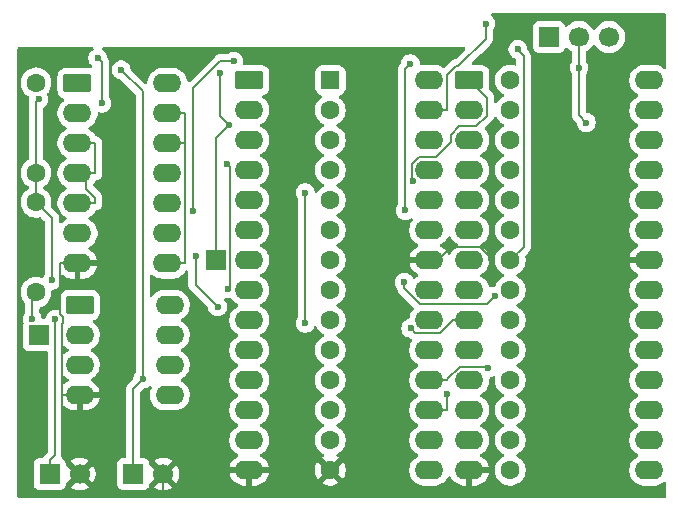
<source format=gbr>
%TF.GenerationSoftware,KiCad,Pcbnew,9.0.7*%
%TF.CreationDate,2026-02-10T00:04:01+01:00*%
%TF.ProjectId,kicad-c16-multirom,6b696361-642d-4633-9136-2d6d756c7469,1*%
%TF.SameCoordinates,Original*%
%TF.FileFunction,Copper,L2,Bot*%
%TF.FilePolarity,Positive*%
%FSLAX46Y46*%
G04 Gerber Fmt 4.6, Leading zero omitted, Abs format (unit mm)*
G04 Created by KiCad (PCBNEW 9.0.7) date 2026-02-10 00:04:01*
%MOMM*%
%LPD*%
G01*
G04 APERTURE LIST*
G04 Aperture macros list*
%AMRoundRect*
0 Rectangle with rounded corners*
0 $1 Rounding radius*
0 $2 $3 $4 $5 $6 $7 $8 $9 X,Y pos of 4 corners*
0 Add a 4 corners polygon primitive as box body*
4,1,4,$2,$3,$4,$5,$6,$7,$8,$9,$2,$3,0*
0 Add four circle primitives for the rounded corners*
1,1,$1+$1,$2,$3*
1,1,$1+$1,$4,$5*
1,1,$1+$1,$6,$7*
1,1,$1+$1,$8,$9*
0 Add four rect primitives between the rounded corners*
20,1,$1+$1,$2,$3,$4,$5,0*
20,1,$1+$1,$4,$5,$6,$7,0*
20,1,$1+$1,$6,$7,$8,$9,0*
20,1,$1+$1,$8,$9,$2,$3,0*%
G04 Aperture macros list end*
%TA.AperFunction,ComponentPad*%
%ADD10RoundRect,0.250000X-0.950000X-0.550000X0.950000X-0.550000X0.950000X0.550000X-0.950000X0.550000X0*%
%TD*%
%TA.AperFunction,ComponentPad*%
%ADD11O,2.400000X1.600000*%
%TD*%
%TA.AperFunction,ComponentPad*%
%ADD12R,1.700000X1.700000*%
%TD*%
%TA.AperFunction,ComponentPad*%
%ADD13C,1.700000*%
%TD*%
%TA.AperFunction,ComponentPad*%
%ADD14C,1.600000*%
%TD*%
%TA.AperFunction,ComponentPad*%
%ADD15RoundRect,0.250000X-0.550000X-0.550000X0.550000X-0.550000X0.550000X0.550000X-0.550000X0.550000X0*%
%TD*%
%TA.AperFunction,ViaPad*%
%ADD16C,0.600000*%
%TD*%
%TA.AperFunction,Conductor*%
%ADD17C,0.200000*%
%TD*%
G04 APERTURE END LIST*
D10*
%TO.P,U4,1,A15*%
%TO.N,/U4_A15*%
X169760000Y-57658000D03*
D11*
%TO.P,U4,2,A12*%
%TO.N,/A12*%
X169760000Y-60198000D03*
%TO.P,U4,3,A7*%
%TO.N,/A7*%
X169760000Y-62738000D03*
%TO.P,U4,4,A6*%
%TO.N,/A6*%
X169760000Y-65278000D03*
%TO.P,U4,5,A5*%
%TO.N,/A5*%
X169760000Y-67818000D03*
%TO.P,U4,6,A4*%
%TO.N,/A4*%
X169760000Y-70358000D03*
%TO.P,U4,7,A3*%
%TO.N,/A3*%
X169760000Y-72898000D03*
%TO.P,U4,8,A2*%
%TO.N,/A2*%
X169760000Y-75438000D03*
%TO.P,U4,9,A1*%
%TO.N,/A1*%
X169760000Y-77978000D03*
%TO.P,U4,10,A0*%
%TO.N,/A0*%
X169760000Y-80518000D03*
%TO.P,U4,11,D0*%
%TO.N,/D0*%
X169760000Y-83058000D03*
%TO.P,U4,12,D1*%
%TO.N,/D1*%
X169760000Y-85598000D03*
%TO.P,U4,13,D2*%
%TO.N,/D2*%
X169760000Y-88138000D03*
%TO.P,U4,14,GND*%
%TO.N,GND*%
X169760000Y-90678000D03*
%TO.P,U4,15,D3*%
%TO.N,/D3*%
X185000000Y-90678000D03*
%TO.P,U4,16,D4*%
%TO.N,/D4*%
X185000000Y-88138000D03*
%TO.P,U4,17,D5*%
%TO.N,/D5*%
X185000000Y-85598000D03*
%TO.P,U4,18,D6*%
%TO.N,/D6*%
X185000000Y-83058000D03*
%TO.P,U4,19,D7*%
%TO.N,/D7*%
X185000000Y-80518000D03*
%TO.P,U4,20,~{CE}*%
%TO.N,/~{FUNCTIONROM}*%
X185000000Y-77978000D03*
%TO.P,U4,21,A10*%
%TO.N,/A10*%
X185000000Y-75438000D03*
%TO.P,U4,22,~{OE}*%
%TO.N,GND*%
X185000000Y-72898000D03*
%TO.P,U4,23,A11*%
%TO.N,/A11*%
X185000000Y-70358000D03*
%TO.P,U4,24,A9*%
%TO.N,/A9*%
X185000000Y-67818000D03*
%TO.P,U4,25,A8*%
%TO.N,/A8*%
X185000000Y-65278000D03*
%TO.P,U4,26,A13*%
%TO.N,/A13*%
X185000000Y-62738000D03*
%TO.P,U4,27,A14*%
%TO.N,/~{C0LOW}*%
X185000000Y-60198000D03*
%TO.P,U4,28,VCC*%
%TO.N,VCC*%
X185000000Y-57658000D03*
%TD*%
D12*
%TO.P,J4,1,Pin_1*%
%TO.N,/~{RESET}*%
X133350000Y-79248000D03*
%TD*%
%TO.P,J3,1,Pin_1*%
%TO.N,/~{BASIC}*%
X176500000Y-54000000D03*
D13*
%TO.P,J3,2,Pin_2*%
%TO.N,/~{C0LOW}*%
X179040000Y-54000000D03*
%TO.P,J3,3,Pin_3*%
%TO.N,/~{C0HIGH}*%
X181580000Y-54000000D03*
%TD*%
D10*
%TO.P,U3,1,A15*%
%TO.N,/U3_A15*%
X151130000Y-57658000D03*
D11*
%TO.P,U3,2,A12*%
%TO.N,/A12*%
X151130000Y-60198000D03*
%TO.P,U3,3,A7*%
%TO.N,/A7*%
X151130000Y-62738000D03*
%TO.P,U3,4,A6*%
%TO.N,/A6*%
X151130000Y-65278000D03*
%TO.P,U3,5,A5*%
%TO.N,/A5*%
X151130000Y-67818000D03*
%TO.P,U3,6,A4*%
%TO.N,/A4*%
X151130000Y-70358000D03*
%TO.P,U3,7,A3*%
%TO.N,/A3*%
X151130000Y-72898000D03*
%TO.P,U3,8,A2*%
%TO.N,/A2*%
X151130000Y-75438000D03*
%TO.P,U3,9,A1*%
%TO.N,/A1*%
X151130000Y-77978000D03*
%TO.P,U3,10,A0*%
%TO.N,/A0*%
X151130000Y-80518000D03*
%TO.P,U3,11,D0*%
%TO.N,/D0*%
X151130000Y-83058000D03*
%TO.P,U3,12,D1*%
%TO.N,/D1*%
X151130000Y-85598000D03*
%TO.P,U3,13,D2*%
%TO.N,/D2*%
X151130000Y-88138000D03*
%TO.P,U3,14,GND*%
%TO.N,GND*%
X151130000Y-90678000D03*
%TO.P,U3,15,D3*%
%TO.N,/D3*%
X166370000Y-90678000D03*
%TO.P,U3,16,D4*%
%TO.N,/D4*%
X166370000Y-88138000D03*
%TO.P,U3,17,D5*%
%TO.N,/D5*%
X166370000Y-85598000D03*
%TO.P,U3,18,D6*%
%TO.N,/D6*%
X166370000Y-83058000D03*
%TO.P,U3,19,D7*%
%TO.N,/D7*%
X166370000Y-80518000D03*
%TO.P,U3,20,~{CE}*%
%TO.N,/~{SYSTEMROM}*%
X166370000Y-77978000D03*
%TO.P,U3,21,A10*%
%TO.N,/A10*%
X166370000Y-75438000D03*
%TO.P,U3,22,~{OE}*%
%TO.N,GND*%
X166370000Y-72898000D03*
%TO.P,U3,23,A11*%
%TO.N,/A11*%
X166370000Y-70358000D03*
%TO.P,U3,24,A9*%
%TO.N,/A9*%
X166370000Y-67818000D03*
%TO.P,U3,25,A8*%
%TO.N,/A8*%
X166370000Y-65278000D03*
%TO.P,U3,26,A13*%
%TO.N,/A13*%
X166370000Y-62738000D03*
%TO.P,U3,27,A14*%
%TO.N,/~{BASIC}*%
X166370000Y-60198000D03*
%TO.P,U3,28,VCC*%
%TO.N,VCC*%
X166370000Y-57658000D03*
%TD*%
D10*
%TO.P,U1,1,~{RESET}/PB5*%
%TO.N,unconnected-(U1-~{RESET}{slash}PB5-Pad1)*%
X136775000Y-76690000D03*
D11*
%TO.P,U1,2,XTAL1/PB3*%
%TO.N,unconnected-(U1-XTAL1{slash}PB3-Pad2)*%
X136775000Y-79230000D03*
%TO.P,U1,3,XTAL2/PB4*%
%TO.N,unconnected-(U1-XTAL2{slash}PB4-Pad3)*%
X136775000Y-81770000D03*
%TO.P,U1,4,GND*%
%TO.N,GND*%
X136775000Y-84310000D03*
%TO.P,U1,5,AREF/PB0*%
%TO.N,/~{RESET}*%
X144395000Y-84310000D03*
%TO.P,U1,6,PB1*%
%TO.N,/U3_A15*%
X144395000Y-81770000D03*
%TO.P,U1,7,PB2*%
%TO.N,/U4_A15*%
X144395000Y-79230000D03*
%TO.P,U1,8,VCC*%
%TO.N,VCC*%
X144395000Y-76690000D03*
%TD*%
D12*
%TO.P,J1,1,Pin_1*%
%TO.N,/U3_A15*%
X141305000Y-91000000D03*
D13*
%TO.P,J1,2,Pin_2*%
%TO.N,GND*%
X143845000Y-91000000D03*
%TD*%
D14*
%TO.P,R2,1*%
%TO.N,VCC*%
X133080000Y-68000000D03*
%TO.P,R2,2*%
%TO.N,/U4_A15*%
X133080000Y-75620000D03*
%TD*%
D10*
%TO.P,U2,1*%
%TO.N,/~{BASIC}*%
X136580000Y-57920000D03*
D11*
%TO.P,U2,2*%
%TO.N,/~{KERNAL}*%
X136580000Y-60460000D03*
%TO.P,U2,3*%
%TO.N,Net-(U2-Pad3)*%
X136580000Y-63000000D03*
%TO.P,U2,4*%
X136580000Y-65540000D03*
%TO.P,U2,5*%
X136580000Y-68080000D03*
%TO.P,U2,6*%
%TO.N,/~{SYSTEMROM}*%
X136580000Y-70620000D03*
%TO.P,U2,7,GND*%
%TO.N,GND*%
X136580000Y-73160000D03*
%TO.P,U2,8*%
%TO.N,Net-(U2-Pad12)*%
X144200000Y-73160000D03*
%TO.P,U2,9*%
%TO.N,/~{C0LOW}*%
X144200000Y-70620000D03*
%TO.P,U2,10*%
%TO.N,/~{C0HIGH}*%
X144200000Y-68080000D03*
%TO.P,U2,11*%
%TO.N,/~{FUNCTIONROM}*%
X144200000Y-65540000D03*
%TO.P,U2,12*%
%TO.N,Net-(U2-Pad12)*%
X144200000Y-63000000D03*
%TO.P,U2,13*%
X144200000Y-60460000D03*
%TO.P,U2,14,VCC*%
%TO.N,VCC*%
X144200000Y-57920000D03*
%TD*%
D12*
%TO.P,J2,1,Pin_1*%
%TO.N,/U4_A15*%
X134225000Y-91000000D03*
D13*
%TO.P,J2,2,Pin_2*%
%TO.N,GND*%
X136765000Y-91000000D03*
%TD*%
D14*
%TO.P,R1,1*%
%TO.N,VCC*%
X133080000Y-65500000D03*
%TO.P,R1,2*%
%TO.N,/U3_A15*%
X133080000Y-57880000D03*
%TD*%
D15*
%TO.P,SOCKET_U4,1,VPP*%
%TO.N,unconnected-(SOCKET_U4-VPP-Pad1)*%
X157988000Y-57658000D03*
D14*
%TO.P,SOCKET_U4,2,A12*%
%TO.N,/A12*%
X157988000Y-60198000D03*
%TO.P,SOCKET_U4,3,A7*%
%TO.N,/A7*%
X157988000Y-62738000D03*
%TO.P,SOCKET_U4,4,A6*%
%TO.N,/A6*%
X157988000Y-65278000D03*
%TO.P,SOCKET_U4,5,A5*%
%TO.N,/A5*%
X157988000Y-67818000D03*
%TO.P,SOCKET_U4,6,A4*%
%TO.N,/A4*%
X157988000Y-70358000D03*
%TO.P,SOCKET_U4,7,A3*%
%TO.N,/A3*%
X157988000Y-72898000D03*
%TO.P,SOCKET_U4,8,A2*%
%TO.N,/A2*%
X157988000Y-75438000D03*
%TO.P,SOCKET_U4,9,A1*%
%TO.N,/A1*%
X157988000Y-77978000D03*
%TO.P,SOCKET_U4,10,A0*%
%TO.N,/A0*%
X157988000Y-80518000D03*
%TO.P,SOCKET_U4,11,D0*%
%TO.N,/D0*%
X157988000Y-83058000D03*
%TO.P,SOCKET_U4,12,D1*%
%TO.N,/D1*%
X157988000Y-85598000D03*
%TO.P,SOCKET_U4,13,D2*%
%TO.N,/D2*%
X157988000Y-88138000D03*
%TO.P,SOCKET_U4,14,GND*%
%TO.N,GND*%
X157988000Y-90678000D03*
%TO.P,SOCKET_U4,15,D3*%
%TO.N,/D3*%
X173228000Y-90678000D03*
%TO.P,SOCKET_U4,16,D4*%
%TO.N,/D4*%
X173228000Y-88138000D03*
%TO.P,SOCKET_U4,17,D5*%
%TO.N,/D5*%
X173228000Y-85598000D03*
%TO.P,SOCKET_U4,18,D6*%
%TO.N,/D6*%
X173228000Y-83058000D03*
%TO.P,SOCKET_U4,19,D7*%
%TO.N,/D7*%
X173228000Y-80518000D03*
%TO.P,SOCKET_U4,20,~{CE}*%
%TO.N,unconnected-(SOCKET_U4-~{CE}-Pad20)*%
X173228000Y-77978000D03*
%TO.P,SOCKET_U4,21,A10*%
%TO.N,/A10*%
X173228000Y-75438000D03*
%TO.P,SOCKET_U4,22,~{OE}*%
%TO.N,/~{KERNAL}*%
X173228000Y-72898000D03*
%TO.P,SOCKET_U4,23,A11*%
%TO.N,/A11*%
X173228000Y-70358000D03*
%TO.P,SOCKET_U4,24,A9*%
%TO.N,/A9*%
X173228000Y-67818000D03*
%TO.P,SOCKET_U4,25,A8*%
%TO.N,/A8*%
X173228000Y-65278000D03*
%TO.P,SOCKET_U4,26,A13*%
%TO.N,/A13*%
X173228000Y-62738000D03*
%TO.P,SOCKET_U4,27,~{PGM}*%
%TO.N,unconnected-(SOCKET_U4-~{PGM}-Pad27)*%
X173228000Y-60198000D03*
%TO.P,SOCKET_U4,28,VCC*%
%TO.N,VCC*%
X173228000Y-57658000D03*
%TD*%
D12*
%TO.P,J5,1,Pin_1*%
%TO.N,/~{BASIC}*%
X148336000Y-72898000D03*
%TD*%
D16*
%TO.N,/U3_A15*%
X140281100Y-56785500D03*
X142101700Y-82964700D03*
%TO.N,GND*%
X144197500Y-92670000D03*
X161927500Y-90067700D03*
X161927500Y-72499500D03*
X171615000Y-72737700D03*
%TO.N,/U4_A15*%
X155864000Y-78235100D03*
X132747400Y-77873700D03*
X164987000Y-66160900D03*
X134685900Y-77873700D03*
X155864000Y-67183000D03*
%TO.N,/~{BASIC}*%
X171140000Y-52861200D03*
X149397200Y-61468000D03*
X148618300Y-57007400D03*
%TO.N,VCC*%
X133301900Y-59259600D03*
X134416700Y-74584900D03*
%TO.N,/A1*%
X164790300Y-78670400D03*
%TO.N,/~{KERNAL}*%
X138627800Y-59599400D03*
X138287500Y-55779700D03*
X173870500Y-55040300D03*
%TO.N,/D5*%
X167836900Y-84227700D03*
%TO.N,/D6*%
X171297100Y-82039000D03*
%TO.N,/~{SYSTEMROM}*%
X148441500Y-76837300D03*
X146580500Y-72499500D03*
%TO.N,/~{C0HIGH}*%
X146397000Y-68733700D03*
X149828000Y-56043800D03*
%TO.N,/~{C0LOW}*%
X179040000Y-56584800D03*
X164352500Y-68686700D03*
X164768700Y-56254000D03*
X179657500Y-61238600D03*
%TO.N,/~{FUNCTIONROM}*%
X149280000Y-64757700D03*
X164248000Y-74745600D03*
X149293900Y-75295700D03*
X171917300Y-75924200D03*
%TD*%
D17*
%TO.N,/U3_A15*%
X142101700Y-58606100D02*
X142101700Y-82964700D01*
X141305000Y-91000000D02*
X141305000Y-83761400D01*
X140281100Y-56785500D02*
X142101700Y-58606100D01*
X141305000Y-83761400D02*
X142101700Y-82964700D01*
%TO.N,GND*%
X136580000Y-73160000D02*
X135078300Y-73160000D01*
X170656600Y-71779300D02*
X171615000Y-72737700D01*
X135369700Y-77706600D02*
X135078300Y-77415200D01*
X135273300Y-84310000D02*
X135273300Y-78301400D01*
X168196600Y-71779300D02*
X170656600Y-71779300D01*
X166370000Y-72898000D02*
X167077900Y-72898000D01*
X135369700Y-78205000D02*
X135369700Y-77706600D01*
X136765000Y-91000000D02*
X135273300Y-89508300D01*
X135078300Y-77415200D02*
X135078300Y-73160000D01*
X167077900Y-72898000D02*
X168196600Y-71779300D01*
X161927500Y-72499500D02*
X161927500Y-90067700D01*
X144197500Y-92670000D02*
X143845000Y-92317500D01*
X135273300Y-89508300D02*
X135273300Y-84310000D01*
X135273300Y-78301400D02*
X135369700Y-78205000D01*
X136775000Y-84310000D02*
X135273300Y-84310000D01*
X143845000Y-92317500D02*
X143845000Y-91000000D01*
%TO.N,/U4_A15*%
X132747400Y-77873700D02*
X132747400Y-75952600D01*
X168190100Y-62927800D02*
X168190100Y-62294600D01*
X171261700Y-60658200D02*
X171261700Y-59159700D01*
X170349700Y-61570200D02*
X171261700Y-60658200D01*
X168914500Y-61570200D02*
X170349700Y-61570200D01*
X166941600Y-64176300D02*
X168190100Y-62927800D01*
X164868300Y-66042200D02*
X164987000Y-66160900D01*
X164868300Y-66042200D02*
X164868300Y-64762500D01*
X132747400Y-75952600D02*
X133080000Y-75620000D01*
X164868300Y-64762500D02*
X165454500Y-64176300D01*
X134225000Y-91000000D02*
X134225000Y-89848300D01*
X165454500Y-64176300D02*
X166941600Y-64176300D01*
X171261700Y-59159700D02*
X169760000Y-57658000D01*
X134685900Y-89387400D02*
X134225000Y-89848300D01*
X155864000Y-78235100D02*
X155864000Y-67183000D01*
X134685900Y-77873700D02*
X134685900Y-89387400D01*
X168190100Y-62294600D02*
X168914500Y-61570200D01*
%TO.N,/~{BASIC}*%
X148336000Y-62529200D02*
X149397200Y-61468000D01*
X168812700Y-56493300D02*
X171140000Y-54166000D01*
X149397200Y-61468000D02*
X148618300Y-60689100D01*
X167871700Y-60198000D02*
X167871700Y-57236300D01*
X148618300Y-60689100D02*
X148618300Y-57007400D01*
X167871700Y-57236300D02*
X168614700Y-56493300D01*
X168614700Y-56493300D02*
X168812700Y-56493300D01*
X171140000Y-54166000D02*
X171140000Y-52861200D01*
X148336000Y-72898000D02*
X148336000Y-62529200D01*
X166370000Y-60198000D02*
X167871700Y-60198000D01*
%TO.N,VCC*%
X133080000Y-59481500D02*
X133080000Y-65500000D01*
X133080000Y-68000000D02*
X133080000Y-65500000D01*
X133301900Y-59259600D02*
X133080000Y-59481500D01*
X134416700Y-69336700D02*
X133080000Y-68000000D01*
X134416700Y-74584900D02*
X134416700Y-69336700D01*
%TO.N,/A1*%
X167244300Y-79079700D02*
X165199600Y-79079700D01*
X165199600Y-79079700D02*
X164790300Y-78670400D01*
X168258300Y-77978000D02*
X168258300Y-78065700D01*
X168258300Y-78065700D02*
X167244300Y-79079700D01*
X169760000Y-77978000D02*
X168258300Y-77978000D01*
%TO.N,/~{KERNAL}*%
X174349700Y-55586700D02*
X174349700Y-71776300D01*
X138627800Y-56120000D02*
X138287500Y-55779700D01*
X173870500Y-55107500D02*
X173870500Y-55040300D01*
X174349700Y-71776300D02*
X173228000Y-72898000D01*
X173870500Y-55107500D02*
X174349700Y-55586700D01*
X138627800Y-59599400D02*
X138627800Y-56120000D01*
%TO.N,/D5*%
X167871700Y-84262500D02*
X167836900Y-84227700D01*
X166370000Y-85598000D02*
X167871700Y-85598000D01*
X167871700Y-85598000D02*
X167871700Y-84262500D01*
%TO.N,/D6*%
X171297100Y-82039000D02*
X171171600Y-81913500D01*
X168936700Y-81913500D02*
X167871700Y-82978500D01*
X171171600Y-81913500D02*
X168936700Y-81913500D01*
X167871700Y-82978500D02*
X167871700Y-83058000D01*
X166370000Y-83058000D02*
X167871700Y-83058000D01*
%TO.N,/~{SYSTEMROM}*%
X146580500Y-74976300D02*
X146580500Y-72499500D01*
X148441500Y-76837300D02*
X146580500Y-74976300D01*
%TO.N,Net-(U2-Pad3)*%
X137330900Y-65540000D02*
X137330900Y-66872900D01*
X136580000Y-68080000D02*
X138081700Y-68080000D01*
X136580000Y-63000000D02*
X138081700Y-63000000D01*
X138081700Y-65540000D02*
X138081700Y-63000000D01*
X137330900Y-66872900D02*
X137331000Y-66872900D01*
X138081700Y-67623600D02*
X138081700Y-68080000D01*
X137331000Y-66872900D02*
X138081700Y-67623600D01*
X136580000Y-65540000D02*
X137330900Y-65540000D01*
X137330900Y-65540000D02*
X138081700Y-65540000D01*
%TO.N,/~{C0HIGH}*%
X148665000Y-56043800D02*
X149828000Y-56043800D01*
X146397000Y-58311800D02*
X148665000Y-56043800D01*
X146397000Y-68733700D02*
X146397000Y-58311800D01*
%TO.N,Net-(U2-Pad12)*%
X145701700Y-63001500D02*
X145701700Y-73160000D01*
X144200000Y-63000000D02*
X145700200Y-63000000D01*
X145700200Y-63000000D02*
X145701700Y-63001500D01*
X144200000Y-60460000D02*
X145701700Y-60460000D01*
X145701700Y-63000000D02*
X145701700Y-60460000D01*
X145700200Y-63000000D02*
X145701700Y-63000000D01*
X144200000Y-73160000D02*
X145701700Y-73160000D01*
%TO.N,/~{C0LOW}*%
X179040000Y-54881700D02*
X179040000Y-54791100D01*
X164352500Y-68686700D02*
X164352500Y-56670200D01*
X179040000Y-54749800D02*
X179040000Y-54000000D01*
X179040000Y-54791100D02*
X179040000Y-54749800D01*
X179657500Y-61238600D02*
X179040000Y-60621100D01*
X164352500Y-56670200D02*
X164768700Y-56254000D01*
X179040000Y-60621100D02*
X179040000Y-56584800D01*
X179040000Y-56584800D02*
X179040000Y-54881700D01*
%TO.N,/~{FUNCTIONROM}*%
X164248000Y-74745600D02*
X164248000Y-75274100D01*
X165543100Y-76569200D02*
X171272300Y-76569200D01*
X149492000Y-64969700D02*
X149492000Y-75097600D01*
X171272300Y-76569200D02*
X171917300Y-75924200D01*
X149280000Y-64757700D02*
X149492000Y-64969700D01*
X164248000Y-75274100D02*
X165543100Y-76569200D01*
X149492000Y-75097600D02*
X149293900Y-75295700D01*
%TD*%
%TA.AperFunction,Conductor*%
%TO.N,GND*%
G36*
X186386539Y-52020185D02*
G01*
X186432294Y-52072989D01*
X186443500Y-52124500D01*
X186443500Y-56565276D01*
X186423815Y-56632315D01*
X186371011Y-56678070D01*
X186301853Y-56688014D01*
X186246615Y-56665595D01*
X186081609Y-56545712D01*
X185899223Y-56452781D01*
X185704534Y-56389522D01*
X185529995Y-56361878D01*
X185502352Y-56357500D01*
X184497648Y-56357500D01*
X184473329Y-56361351D01*
X184295465Y-56389522D01*
X184100776Y-56452781D01*
X183918386Y-56545715D01*
X183752786Y-56666028D01*
X183608028Y-56810786D01*
X183487715Y-56976386D01*
X183394781Y-57158776D01*
X183331522Y-57353465D01*
X183309122Y-57494897D01*
X183299500Y-57555648D01*
X183299500Y-57760352D01*
X183303878Y-57787995D01*
X183331522Y-57962534D01*
X183394781Y-58157223D01*
X183487715Y-58339613D01*
X183608028Y-58505213D01*
X183752786Y-58649971D01*
X183891462Y-58750723D01*
X183918390Y-58770287D01*
X184009840Y-58816883D01*
X184011080Y-58817515D01*
X184061876Y-58865490D01*
X184078671Y-58933311D01*
X184056134Y-58999446D01*
X184011080Y-59038485D01*
X183918386Y-59085715D01*
X183752786Y-59206028D01*
X183608028Y-59350786D01*
X183487715Y-59516386D01*
X183394781Y-59698776D01*
X183331522Y-59893465D01*
X183319560Y-59968994D01*
X183299500Y-60095648D01*
X183299500Y-60300352D01*
X183300837Y-60308794D01*
X183331522Y-60502534D01*
X183394781Y-60697223D01*
X183436496Y-60779092D01*
X183477429Y-60859427D01*
X183487715Y-60879613D01*
X183608028Y-61045213D01*
X183752786Y-61189971D01*
X183839898Y-61253260D01*
X183918390Y-61310287D01*
X184009840Y-61356883D01*
X184011080Y-61357515D01*
X184061876Y-61405490D01*
X184078671Y-61473311D01*
X184056134Y-61539446D01*
X184011080Y-61578485D01*
X183918386Y-61625715D01*
X183752786Y-61746028D01*
X183608028Y-61890786D01*
X183487715Y-62056386D01*
X183394781Y-62238776D01*
X183331522Y-62433465D01*
X183299500Y-62635648D01*
X183299500Y-62840351D01*
X183331522Y-63042534D01*
X183394781Y-63237223D01*
X183487715Y-63419613D01*
X183608028Y-63585213D01*
X183752786Y-63729971D01*
X183888492Y-63828565D01*
X183918390Y-63850287D01*
X184009840Y-63896883D01*
X184011080Y-63897515D01*
X184061876Y-63945490D01*
X184078671Y-64013311D01*
X184056134Y-64079446D01*
X184011080Y-64118485D01*
X183918386Y-64165715D01*
X183752786Y-64286028D01*
X183608028Y-64430786D01*
X183487715Y-64596386D01*
X183394781Y-64778776D01*
X183331522Y-64973465D01*
X183305000Y-65140922D01*
X183299500Y-65175648D01*
X183299500Y-65380352D01*
X183303878Y-65407995D01*
X183331522Y-65582534D01*
X183394781Y-65777223D01*
X183487715Y-65959613D01*
X183608028Y-66125213D01*
X183752786Y-66269971D01*
X183859103Y-66347213D01*
X183918390Y-66390287D01*
X183991984Y-66427785D01*
X184011080Y-66437515D01*
X184061876Y-66485490D01*
X184078671Y-66553311D01*
X184056134Y-66619446D01*
X184011080Y-66658485D01*
X183918386Y-66705715D01*
X183752786Y-66826028D01*
X183608028Y-66970786D01*
X183487715Y-67136386D01*
X183394781Y-67318776D01*
X183331522Y-67513465D01*
X183299500Y-67715648D01*
X183299500Y-67920351D01*
X183331522Y-68122534D01*
X183394781Y-68317223D01*
X183458691Y-68442653D01*
X183464067Y-68453203D01*
X183487715Y-68499613D01*
X183608028Y-68665213D01*
X183752786Y-68809971D01*
X183891462Y-68910723D01*
X183918390Y-68930287D01*
X184009840Y-68976883D01*
X184011080Y-68977515D01*
X184061876Y-69025490D01*
X184078671Y-69093311D01*
X184056134Y-69159446D01*
X184011080Y-69198485D01*
X183918386Y-69245715D01*
X183752786Y-69366028D01*
X183608028Y-69510786D01*
X183487715Y-69676386D01*
X183394781Y-69858776D01*
X183331522Y-70053465D01*
X183299500Y-70255648D01*
X183299500Y-70460351D01*
X183331522Y-70662534D01*
X183394781Y-70857223D01*
X183487715Y-71039613D01*
X183608028Y-71205213D01*
X183752786Y-71349971D01*
X183891462Y-71450723D01*
X183918390Y-71470287D01*
X183962500Y-71492762D01*
X184011629Y-71517795D01*
X184062425Y-71565770D01*
X184079220Y-71633591D01*
X184056682Y-71699726D01*
X184011629Y-71738765D01*
X183918650Y-71786140D01*
X183753105Y-71906417D01*
X183753104Y-71906417D01*
X183608417Y-72051104D01*
X183608417Y-72051105D01*
X183488140Y-72216650D01*
X183395244Y-72398970D01*
X183332009Y-72593586D01*
X183323391Y-72648000D01*
X184684314Y-72648000D01*
X184679920Y-72652394D01*
X184627259Y-72743606D01*
X184600000Y-72845339D01*
X184600000Y-72950661D01*
X184627259Y-73052394D01*
X184679920Y-73143606D01*
X184684314Y-73148000D01*
X183323391Y-73148000D01*
X183332009Y-73202413D01*
X183395244Y-73397029D01*
X183488140Y-73579349D01*
X183608417Y-73744894D01*
X183608417Y-73744895D01*
X183753104Y-73889582D01*
X183918652Y-74009861D01*
X184011628Y-74057234D01*
X184062425Y-74105208D01*
X184079220Y-74173029D01*
X184056683Y-74239164D01*
X184011630Y-74278203D01*
X183918388Y-74325713D01*
X183752786Y-74446028D01*
X183608028Y-74590786D01*
X183487715Y-74756386D01*
X183394781Y-74938776D01*
X183331522Y-75133465D01*
X183301129Y-75325364D01*
X183299500Y-75335648D01*
X183299500Y-75540352D01*
X183300599Y-75547288D01*
X183331522Y-75742534D01*
X183394781Y-75937223D01*
X183428157Y-76002725D01*
X183472621Y-76089991D01*
X183487715Y-76119613D01*
X183608028Y-76285213D01*
X183752786Y-76429971D01*
X183907660Y-76542491D01*
X183918390Y-76550287D01*
X183991715Y-76587648D01*
X184011080Y-76597515D01*
X184061876Y-76645490D01*
X184078671Y-76713311D01*
X184056134Y-76779446D01*
X184011080Y-76818485D01*
X183918386Y-76865715D01*
X183752786Y-76986028D01*
X183608028Y-77130786D01*
X183487715Y-77296386D01*
X183394781Y-77478776D01*
X183331522Y-77673465D01*
X183299500Y-77875648D01*
X183299500Y-78080351D01*
X183331522Y-78282534D01*
X183394781Y-78477223D01*
X183487715Y-78659613D01*
X183608028Y-78825213D01*
X183752786Y-78969971D01*
X183891462Y-79070723D01*
X183918390Y-79090287D01*
X183991715Y-79127648D01*
X184011080Y-79137515D01*
X184061876Y-79185490D01*
X184078671Y-79253311D01*
X184056134Y-79319446D01*
X184011080Y-79358485D01*
X183918386Y-79405715D01*
X183752786Y-79526028D01*
X183608028Y-79670786D01*
X183487715Y-79836386D01*
X183394781Y-80018776D01*
X183331522Y-80213465D01*
X183299500Y-80415648D01*
X183299500Y-80620351D01*
X183331522Y-80822534D01*
X183394781Y-81017223D01*
X183487715Y-81199613D01*
X183608028Y-81365213D01*
X183752786Y-81509971D01*
X183891462Y-81610723D01*
X183918390Y-81630287D01*
X183991715Y-81667648D01*
X184011080Y-81677515D01*
X184061876Y-81725490D01*
X184078671Y-81793311D01*
X184056134Y-81859446D01*
X184011080Y-81898485D01*
X183918386Y-81945715D01*
X183752786Y-82066028D01*
X183608028Y-82210786D01*
X183487715Y-82376386D01*
X183394781Y-82558776D01*
X183331522Y-82753465D01*
X183299500Y-82955648D01*
X183299500Y-83160351D01*
X183331522Y-83362534D01*
X183394781Y-83557223D01*
X183428516Y-83623430D01*
X183485077Y-83734437D01*
X183487715Y-83739613D01*
X183608028Y-83905213D01*
X183752786Y-84049971D01*
X183888895Y-84148858D01*
X183918390Y-84170287D01*
X183991715Y-84207648D01*
X184011080Y-84217515D01*
X184061876Y-84265490D01*
X184078671Y-84333311D01*
X184056134Y-84399446D01*
X184011080Y-84438485D01*
X183918386Y-84485715D01*
X183752786Y-84606028D01*
X183608028Y-84750786D01*
X183487715Y-84916386D01*
X183394781Y-85098776D01*
X183331522Y-85293465D01*
X183299500Y-85495648D01*
X183299500Y-85700351D01*
X183331522Y-85902534D01*
X183394781Y-86097223D01*
X183487715Y-86279613D01*
X183608028Y-86445213D01*
X183752786Y-86589971D01*
X183891462Y-86690723D01*
X183918390Y-86710287D01*
X184009840Y-86756883D01*
X184011080Y-86757515D01*
X184061876Y-86805490D01*
X184078671Y-86873311D01*
X184056134Y-86939446D01*
X184011080Y-86978485D01*
X183918386Y-87025715D01*
X183752786Y-87146028D01*
X183608028Y-87290786D01*
X183487715Y-87456386D01*
X183394781Y-87638776D01*
X183331522Y-87833465D01*
X183299500Y-88035648D01*
X183299500Y-88240351D01*
X183331522Y-88442534D01*
X183394781Y-88637223D01*
X183487715Y-88819613D01*
X183608028Y-88985213D01*
X183752786Y-89129971D01*
X183891462Y-89230723D01*
X183918390Y-89250287D01*
X184009840Y-89296883D01*
X184011080Y-89297515D01*
X184061876Y-89345490D01*
X184078671Y-89413311D01*
X184056134Y-89479446D01*
X184011080Y-89518485D01*
X183918386Y-89565715D01*
X183752786Y-89686028D01*
X183608028Y-89830786D01*
X183487715Y-89996386D01*
X183394781Y-90178776D01*
X183331522Y-90373465D01*
X183299500Y-90575648D01*
X183299500Y-90780351D01*
X183331522Y-90982534D01*
X183394781Y-91177223D01*
X183415204Y-91217304D01*
X183487585Y-91359359D01*
X183487715Y-91359613D01*
X183608028Y-91525213D01*
X183752786Y-91669971D01*
X183873226Y-91757474D01*
X183918390Y-91790287D01*
X184018950Y-91841525D01*
X184100776Y-91883218D01*
X184100778Y-91883218D01*
X184100781Y-91883220D01*
X184145888Y-91897876D01*
X184295465Y-91946477D01*
X184364954Y-91957483D01*
X184497648Y-91978500D01*
X184497649Y-91978500D01*
X185502351Y-91978500D01*
X185502352Y-91978500D01*
X185704534Y-91946477D01*
X185899219Y-91883220D01*
X186081610Y-91790287D01*
X186246615Y-91670405D01*
X186312421Y-91646925D01*
X186380475Y-91662751D01*
X186429170Y-91712856D01*
X186443500Y-91770723D01*
X186443500Y-92875500D01*
X186423815Y-92942539D01*
X186371011Y-92988294D01*
X186319500Y-92999500D01*
X131624500Y-92999500D01*
X131557461Y-92979815D01*
X131511706Y-92927011D01*
X131500500Y-92875500D01*
X131500500Y-54980500D01*
X131520185Y-54913461D01*
X131572989Y-54867706D01*
X131624500Y-54856500D01*
X137819530Y-54856500D01*
X137886569Y-54876185D01*
X137932324Y-54928989D01*
X137942268Y-54998147D01*
X137913243Y-55061703D01*
X137888421Y-55083602D01*
X137777211Y-55157910D01*
X137777207Y-55157913D01*
X137665713Y-55269407D01*
X137665710Y-55269411D01*
X137578109Y-55400514D01*
X137578102Y-55400527D01*
X137517764Y-55546198D01*
X137517761Y-55546210D01*
X137487000Y-55700853D01*
X137487000Y-55858546D01*
X137517761Y-56013189D01*
X137517764Y-56013201D01*
X137578102Y-56158872D01*
X137578109Y-56158885D01*
X137665710Y-56289988D01*
X137665713Y-56289992D01*
X137777209Y-56401488D01*
X137786818Y-56407908D01*
X137831625Y-56461519D01*
X137840334Y-56530844D01*
X137810181Y-56593872D01*
X137750739Y-56630593D01*
X137689823Y-56629507D01*
X137689414Y-56631418D01*
X137682795Y-56630000D01*
X137580010Y-56619500D01*
X135579998Y-56619500D01*
X135579981Y-56619501D01*
X135477203Y-56630000D01*
X135477200Y-56630001D01*
X135310668Y-56685185D01*
X135310663Y-56685187D01*
X135161342Y-56777289D01*
X135037289Y-56901342D01*
X134945187Y-57050663D01*
X134945185Y-57050668D01*
X134930272Y-57095674D01*
X134890001Y-57217203D01*
X134890001Y-57217204D01*
X134890000Y-57217204D01*
X134879500Y-57319983D01*
X134879500Y-58520001D01*
X134879501Y-58520018D01*
X134890000Y-58622796D01*
X134890001Y-58622799D01*
X134945185Y-58789331D01*
X134945187Y-58789336D01*
X134946207Y-58790990D01*
X135037288Y-58938656D01*
X135161344Y-59062712D01*
X135310666Y-59154814D01*
X135392570Y-59181954D01*
X135450015Y-59221727D01*
X135476838Y-59286243D01*
X135464523Y-59355018D01*
X135426451Y-59399978D01*
X135332787Y-59468028D01*
X135332782Y-59468032D01*
X135188028Y-59612786D01*
X135067715Y-59778386D01*
X134974781Y-59960776D01*
X134911522Y-60155465D01*
X134879500Y-60357648D01*
X134879500Y-60562351D01*
X134911522Y-60764534D01*
X134974781Y-60959223D01*
X135018596Y-61045213D01*
X135050939Y-61108690D01*
X135067715Y-61141613D01*
X135188028Y-61307213D01*
X135332786Y-61451971D01*
X135475532Y-61555680D01*
X135498390Y-61572287D01*
X135587659Y-61617772D01*
X135591080Y-61619515D01*
X135641876Y-61667490D01*
X135658671Y-61735311D01*
X135636134Y-61801446D01*
X135591080Y-61840485D01*
X135498386Y-61887715D01*
X135332786Y-62008028D01*
X135188028Y-62152786D01*
X135067715Y-62318386D01*
X134974781Y-62500776D01*
X134911522Y-62695465D01*
X134879500Y-62897648D01*
X134879500Y-63102351D01*
X134911522Y-63304534D01*
X134974781Y-63499223D01*
X135067715Y-63681613D01*
X135188028Y-63847213D01*
X135332786Y-63991971D01*
X135487749Y-64104556D01*
X135498390Y-64112287D01*
X135544759Y-64135913D01*
X135591080Y-64159515D01*
X135641876Y-64207490D01*
X135658671Y-64275311D01*
X135636134Y-64341446D01*
X135591080Y-64380485D01*
X135498386Y-64427715D01*
X135332786Y-64548028D01*
X135188028Y-64692786D01*
X135067715Y-64858386D01*
X134974781Y-65040776D01*
X134911522Y-65235465D01*
X134879500Y-65437648D01*
X134879500Y-65642351D01*
X134911522Y-65844534D01*
X134974781Y-66039223D01*
X135018596Y-66125213D01*
X135047333Y-66181613D01*
X135067715Y-66221613D01*
X135188028Y-66387213D01*
X135332786Y-66531971D01*
X135487749Y-66644556D01*
X135498390Y-66652287D01*
X135589840Y-66698883D01*
X135591080Y-66699515D01*
X135641876Y-66747490D01*
X135658671Y-66815311D01*
X135636134Y-66881446D01*
X135591080Y-66920485D01*
X135498386Y-66967715D01*
X135332786Y-67088028D01*
X135188028Y-67232786D01*
X135067715Y-67398386D01*
X134974781Y-67580776D01*
X134911522Y-67775465D01*
X134879500Y-67977648D01*
X134879500Y-68182351D01*
X134911522Y-68384534D01*
X134974781Y-68579223D01*
X135067715Y-68761613D01*
X135188028Y-68927213D01*
X135332786Y-69071971D01*
X135459427Y-69163979D01*
X135498390Y-69192287D01*
X135559133Y-69223237D01*
X135591080Y-69239515D01*
X135641876Y-69287490D01*
X135658671Y-69355311D01*
X135636134Y-69421446D01*
X135591080Y-69460485D01*
X135498386Y-69507715D01*
X135332786Y-69628028D01*
X135332782Y-69628032D01*
X135228881Y-69731934D01*
X135167558Y-69765419D01*
X135097866Y-69760435D01*
X135041933Y-69718563D01*
X135017516Y-69653099D01*
X135017200Y-69644253D01*
X135017200Y-69257642D01*
X135016185Y-69253854D01*
X135014155Y-69246277D01*
X134976277Y-69104915D01*
X134929110Y-69023220D01*
X134897220Y-68967984D01*
X134785416Y-68856180D01*
X134785415Y-68856179D01*
X134781085Y-68851849D01*
X134781074Y-68851839D01*
X134374077Y-68444842D01*
X134340592Y-68383519D01*
X134343828Y-68318841D01*
X134346121Y-68311784D01*
X134348477Y-68304534D01*
X134380500Y-68102352D01*
X134380500Y-67897648D01*
X134348477Y-67695466D01*
X134343751Y-67680922D01*
X134319127Y-67605137D01*
X134285220Y-67500781D01*
X134285218Y-67500778D01*
X134285218Y-67500776D01*
X134242271Y-67416489D01*
X134192287Y-67318390D01*
X134151203Y-67261842D01*
X134071971Y-67152786D01*
X133927213Y-67008028D01*
X133761610Y-66887712D01*
X133748200Y-66880879D01*
X133737138Y-66870431D01*
X133723297Y-66864110D01*
X133712255Y-66846928D01*
X133697406Y-66832903D01*
X133693165Y-66817223D01*
X133685523Y-66805332D01*
X133680500Y-66770397D01*
X133680500Y-66729601D01*
X133700185Y-66662562D01*
X133748206Y-66619116D01*
X133761610Y-66612287D01*
X133927219Y-66491966D01*
X134071966Y-66347219D01*
X134071968Y-66347215D01*
X134071971Y-66347213D01*
X134163223Y-66221613D01*
X134192287Y-66181610D01*
X134285220Y-65999219D01*
X134348477Y-65804534D01*
X134380500Y-65602352D01*
X134380500Y-65397648D01*
X134377760Y-65380351D01*
X134348477Y-65195465D01*
X134285218Y-65000776D01*
X134251503Y-64934607D01*
X134192287Y-64818390D01*
X134170891Y-64788941D01*
X134071971Y-64652786D01*
X133927213Y-64508028D01*
X133761610Y-64387712D01*
X133748200Y-64380879D01*
X133697406Y-64332903D01*
X133680500Y-64270397D01*
X133680500Y-60035660D01*
X133700185Y-59968621D01*
X133735610Y-59932558D01*
X133790469Y-59895902D01*
X133812189Y-59881389D01*
X133923689Y-59769889D01*
X134011294Y-59638779D01*
X134022525Y-59611666D01*
X134039557Y-59570546D01*
X134071637Y-59493097D01*
X134102400Y-59338442D01*
X134102400Y-59180758D01*
X134102400Y-59180755D01*
X134102399Y-59180753D01*
X134093890Y-59137978D01*
X134071637Y-59026103D01*
X134069874Y-59021847D01*
X134015899Y-58891538D01*
X134008430Y-58822069D01*
X134039705Y-58759590D01*
X134042734Y-58756450D01*
X134071966Y-58727219D01*
X134071971Y-58727213D01*
X134148739Y-58621549D01*
X134192287Y-58561610D01*
X134285220Y-58379219D01*
X134348477Y-58184534D01*
X134380500Y-57982352D01*
X134380500Y-57777648D01*
X134348477Y-57575465D01*
X134285218Y-57380776D01*
X134213945Y-57240897D01*
X134192287Y-57198390D01*
X134167712Y-57164565D01*
X134071971Y-57032786D01*
X133927213Y-56888028D01*
X133761613Y-56767715D01*
X133761612Y-56767714D01*
X133761610Y-56767713D01*
X133700871Y-56736765D01*
X133579223Y-56674781D01*
X133384534Y-56611522D01*
X133209995Y-56583878D01*
X133182352Y-56579500D01*
X132977648Y-56579500D01*
X132953329Y-56583351D01*
X132775465Y-56611522D01*
X132580776Y-56674781D01*
X132398386Y-56767715D01*
X132232786Y-56888028D01*
X132088028Y-57032786D01*
X131967715Y-57198386D01*
X131874781Y-57380776D01*
X131811522Y-57575465D01*
X131779500Y-57777648D01*
X131779500Y-57982351D01*
X131811522Y-58184534D01*
X131874781Y-58379223D01*
X131938691Y-58504653D01*
X131967165Y-58560535D01*
X131967715Y-58561613D01*
X132088028Y-58727213D01*
X132232786Y-58871971D01*
X132398385Y-58992284D01*
X132398387Y-58992285D01*
X132398390Y-58992287D01*
X132442325Y-59014673D01*
X132493120Y-59062645D01*
X132509916Y-59130466D01*
X132509886Y-59131121D01*
X132509442Y-59140323D01*
X132501400Y-59180758D01*
X132501400Y-59307355D01*
X132501256Y-59310346D01*
X132500222Y-59313327D01*
X132497175Y-59336475D01*
X132479499Y-59402443D01*
X132479499Y-59570546D01*
X132479500Y-59570559D01*
X132479500Y-64270397D01*
X132459815Y-64337436D01*
X132411800Y-64380879D01*
X132398389Y-64387712D01*
X132232786Y-64508028D01*
X132088028Y-64652786D01*
X131967715Y-64818386D01*
X131874781Y-65000776D01*
X131811522Y-65195465D01*
X131779500Y-65397648D01*
X131779500Y-65602351D01*
X131811522Y-65804534D01*
X131874781Y-65999223D01*
X131925915Y-66099577D01*
X131946766Y-66140500D01*
X131967715Y-66181613D01*
X132088028Y-66347213D01*
X132088034Y-66347219D01*
X132232781Y-66491966D01*
X132398390Y-66612287D01*
X132411793Y-66619116D01*
X132422856Y-66629564D01*
X132436703Y-66635888D01*
X132447744Y-66653068D01*
X132462589Y-66667088D01*
X132466830Y-66682768D01*
X132474477Y-66694666D01*
X132479500Y-66729601D01*
X132479500Y-66770397D01*
X132459815Y-66837436D01*
X132411800Y-66880879D01*
X132398389Y-66887712D01*
X132232786Y-67008028D01*
X132088028Y-67152786D01*
X131967715Y-67318386D01*
X131874781Y-67500776D01*
X131811522Y-67695465D01*
X131779500Y-67897648D01*
X131779500Y-68102351D01*
X131811522Y-68304534D01*
X131874781Y-68499223D01*
X131930132Y-68607853D01*
X131967147Y-68680500D01*
X131967715Y-68681613D01*
X132088028Y-68847213D01*
X132232786Y-68991971D01*
X132387749Y-69104556D01*
X132398390Y-69112287D01*
X132473409Y-69150511D01*
X132580776Y-69205218D01*
X132580778Y-69205218D01*
X132580781Y-69205220D01*
X132636232Y-69223237D01*
X132775465Y-69268477D01*
X132839095Y-69278555D01*
X132977648Y-69300500D01*
X132977649Y-69300500D01*
X133182351Y-69300500D01*
X133182352Y-69300500D01*
X133384534Y-69268477D01*
X133398842Y-69263827D01*
X133468682Y-69261831D01*
X133524842Y-69294077D01*
X133779881Y-69549116D01*
X133813366Y-69610439D01*
X133816200Y-69636797D01*
X133816200Y-74005134D01*
X133796515Y-74072173D01*
X133795302Y-74074025D01*
X133707309Y-74205714D01*
X133707304Y-74205723D01*
X133659654Y-74320763D01*
X133615813Y-74375166D01*
X133549519Y-74397231D01*
X133506775Y-74391241D01*
X133384536Y-74351523D01*
X133221591Y-74325715D01*
X133182352Y-74319500D01*
X132977648Y-74319500D01*
X132968260Y-74320987D01*
X132775465Y-74351522D01*
X132580776Y-74414781D01*
X132398386Y-74507715D01*
X132232786Y-74628028D01*
X132088028Y-74772786D01*
X131967715Y-74938386D01*
X131874781Y-75120776D01*
X131811522Y-75315465D01*
X131779500Y-75517648D01*
X131779500Y-75722351D01*
X131811522Y-75924534D01*
X131874781Y-76119223D01*
X131923843Y-76215511D01*
X131959361Y-76285219D01*
X131967715Y-76301613D01*
X132088028Y-76467213D01*
X132110581Y-76489766D01*
X132144066Y-76551089D01*
X132146900Y-76577447D01*
X132146900Y-77293934D01*
X132127215Y-77360973D01*
X132126002Y-77362825D01*
X132038009Y-77494514D01*
X132038002Y-77494527D01*
X131977664Y-77640198D01*
X131977661Y-77640210D01*
X131946900Y-77794853D01*
X131946900Y-77952546D01*
X131977660Y-78107188D01*
X131977663Y-78107198D01*
X132009833Y-78184863D01*
X132017302Y-78254332D01*
X132011456Y-78275644D01*
X132005908Y-78290518D01*
X131999501Y-78350116D01*
X131999500Y-78350135D01*
X131999500Y-80145870D01*
X131999501Y-80145876D01*
X132005908Y-80205483D01*
X132056202Y-80340328D01*
X132056206Y-80340335D01*
X132142452Y-80455544D01*
X132142455Y-80455547D01*
X132257664Y-80541793D01*
X132257671Y-80541797D01*
X132392517Y-80592091D01*
X132392516Y-80592091D01*
X132399444Y-80592835D01*
X132452127Y-80598500D01*
X133961400Y-80598499D01*
X134028439Y-80618184D01*
X134074194Y-80670987D01*
X134085400Y-80722499D01*
X134085400Y-89087302D01*
X134065715Y-89154341D01*
X134049081Y-89174983D01*
X133744481Y-89479582D01*
X133744477Y-89479587D01*
X133694754Y-89565710D01*
X133694753Y-89565714D01*
X133690849Y-89572475D01*
X133682173Y-89587503D01*
X133631604Y-89635717D01*
X133574787Y-89649500D01*
X133327130Y-89649500D01*
X133327123Y-89649501D01*
X133267516Y-89655908D01*
X133132671Y-89706202D01*
X133132664Y-89706206D01*
X133017455Y-89792452D01*
X133017452Y-89792455D01*
X132931206Y-89907664D01*
X132931202Y-89907671D01*
X132880908Y-90042517D01*
X132874501Y-90102116D01*
X132874500Y-90102135D01*
X132874500Y-91897870D01*
X132874501Y-91897876D01*
X132880908Y-91957483D01*
X132931202Y-92092328D01*
X132931206Y-92092335D01*
X133017452Y-92207544D01*
X133017455Y-92207547D01*
X133132664Y-92293793D01*
X133132671Y-92293797D01*
X133267517Y-92344091D01*
X133267516Y-92344091D01*
X133274444Y-92344835D01*
X133327127Y-92350500D01*
X135122872Y-92350499D01*
X135182483Y-92344091D01*
X135317331Y-92293796D01*
X135432546Y-92207546D01*
X135518796Y-92092331D01*
X135569091Y-91957483D01*
X135575500Y-91897873D01*
X135575499Y-91873979D01*
X135578330Y-91860963D01*
X135588940Y-91841525D01*
X135595179Y-91820275D01*
X135611803Y-91799643D01*
X135611808Y-91799636D01*
X135611811Y-91799634D01*
X135611818Y-91799626D01*
X136282037Y-91129408D01*
X136299075Y-91192993D01*
X136364901Y-91307007D01*
X136457993Y-91400099D01*
X136572007Y-91465925D01*
X136635590Y-91482962D01*
X136003282Y-92115269D01*
X136003282Y-92115270D01*
X136057449Y-92154624D01*
X136246782Y-92251095D01*
X136448870Y-92316757D01*
X136658754Y-92350000D01*
X136871246Y-92350000D01*
X137081127Y-92316757D01*
X137081130Y-92316757D01*
X137283217Y-92251095D01*
X137472554Y-92154622D01*
X137526716Y-92115270D01*
X137526717Y-92115270D01*
X136894408Y-91482962D01*
X136957993Y-91465925D01*
X137072007Y-91400099D01*
X137165099Y-91307007D01*
X137230925Y-91192993D01*
X137247962Y-91129408D01*
X137880270Y-91761717D01*
X137880270Y-91761716D01*
X137919622Y-91707554D01*
X138016095Y-91518217D01*
X138081757Y-91316130D01*
X138081757Y-91316127D01*
X138115000Y-91106246D01*
X138115000Y-90893753D01*
X138081757Y-90683872D01*
X138081757Y-90683869D01*
X138016095Y-90481782D01*
X137919624Y-90292449D01*
X137880270Y-90238282D01*
X137880269Y-90238282D01*
X137247962Y-90870590D01*
X137230925Y-90807007D01*
X137165099Y-90692993D01*
X137072007Y-90599901D01*
X136957993Y-90534075D01*
X136894409Y-90517037D01*
X137526716Y-89884728D01*
X137472550Y-89845375D01*
X137283217Y-89748904D01*
X137081129Y-89683242D01*
X136871246Y-89650000D01*
X136658754Y-89650000D01*
X136448872Y-89683242D01*
X136448869Y-89683242D01*
X136246782Y-89748904D01*
X136057439Y-89845380D01*
X136003282Y-89884727D01*
X136003282Y-89884728D01*
X136635591Y-90517037D01*
X136572007Y-90534075D01*
X136457993Y-90599901D01*
X136364901Y-90692993D01*
X136299075Y-90807007D01*
X136282037Y-90870590D01*
X135611818Y-90200371D01*
X135578333Y-90139048D01*
X135578330Y-90139035D01*
X135575499Y-90126014D01*
X135575499Y-90102128D01*
X135569091Y-90042517D01*
X135535359Y-89952076D01*
X135518798Y-89907673D01*
X135518793Y-89907664D01*
X135432547Y-89792455D01*
X135432544Y-89792452D01*
X135310231Y-89700888D01*
X135311492Y-89699202D01*
X135270488Y-89658196D01*
X135255637Y-89589923D01*
X135259544Y-89566684D01*
X135286401Y-89466457D01*
X135286401Y-89308343D01*
X135286401Y-89300748D01*
X135286400Y-89300730D01*
X135286400Y-85359240D01*
X135306085Y-85292201D01*
X135358889Y-85246446D01*
X135428047Y-85236502D01*
X135491603Y-85265527D01*
X135498081Y-85271559D01*
X135528104Y-85301582D01*
X135693650Y-85421859D01*
X135875968Y-85514755D01*
X136070582Y-85577990D01*
X136272683Y-85610000D01*
X136525000Y-85610000D01*
X136525000Y-84625686D01*
X136529394Y-84630080D01*
X136620606Y-84682741D01*
X136722339Y-84710000D01*
X136827661Y-84710000D01*
X136929394Y-84682741D01*
X137020606Y-84630080D01*
X137025000Y-84625686D01*
X137025000Y-85610000D01*
X137277317Y-85610000D01*
X137479417Y-85577990D01*
X137674031Y-85514755D01*
X137856349Y-85421859D01*
X138021894Y-85301582D01*
X138021895Y-85301582D01*
X138166582Y-85156895D01*
X138166582Y-85156894D01*
X138286859Y-84991349D01*
X138379755Y-84809029D01*
X138442990Y-84614413D01*
X138451609Y-84560000D01*
X137090686Y-84560000D01*
X137095080Y-84555606D01*
X137147741Y-84464394D01*
X137175000Y-84362661D01*
X137175000Y-84257339D01*
X137147741Y-84155606D01*
X137095080Y-84064394D01*
X137090686Y-84060000D01*
X138451609Y-84060000D01*
X138442990Y-84005586D01*
X138379755Y-83810970D01*
X138286859Y-83628650D01*
X138166582Y-83463105D01*
X138166582Y-83463104D01*
X138021895Y-83318417D01*
X137856349Y-83198140D01*
X137763370Y-83150765D01*
X137712574Y-83102790D01*
X137695779Y-83034969D01*
X137718316Y-82968835D01*
X137763370Y-82929795D01*
X137763920Y-82929515D01*
X137856610Y-82882287D01*
X137934685Y-82825563D01*
X138022213Y-82761971D01*
X138022215Y-82761968D01*
X138022219Y-82761966D01*
X138166966Y-82617219D01*
X138166968Y-82617215D01*
X138166971Y-82617213D01*
X138263600Y-82484212D01*
X138287287Y-82451610D01*
X138380220Y-82269219D01*
X138443477Y-82074534D01*
X138475500Y-81872352D01*
X138475500Y-81667648D01*
X138462688Y-81586755D01*
X138443477Y-81465465D01*
X138399332Y-81329602D01*
X138380220Y-81270781D01*
X138380218Y-81270778D01*
X138380218Y-81270776D01*
X138343958Y-81199613D01*
X138287287Y-81088390D01*
X138274103Y-81070244D01*
X138166971Y-80922786D01*
X138022213Y-80778028D01*
X137856614Y-80657715D01*
X137850006Y-80654348D01*
X137763917Y-80610483D01*
X137713123Y-80562511D01*
X137696328Y-80494690D01*
X137718865Y-80428555D01*
X137763917Y-80389516D01*
X137856610Y-80342287D01*
X137877770Y-80326913D01*
X138022213Y-80221971D01*
X138022215Y-80221968D01*
X138022219Y-80221966D01*
X138166966Y-80077219D01*
X138166968Y-80077215D01*
X138166971Y-80077213D01*
X138254235Y-79957102D01*
X138287287Y-79911610D01*
X138380220Y-79729219D01*
X138443477Y-79534534D01*
X138475500Y-79332352D01*
X138475500Y-79127648D01*
X138460921Y-79035599D01*
X138443477Y-78925465D01*
X138407138Y-78813625D01*
X138380220Y-78730781D01*
X138380218Y-78730778D01*
X138380218Y-78730776D01*
X138343958Y-78659613D01*
X138287287Y-78548390D01*
X138263600Y-78515787D01*
X138166971Y-78382786D01*
X138022219Y-78238034D01*
X138011074Y-78229937D01*
X137928547Y-78169978D01*
X137885882Y-78114649D01*
X137879903Y-78045036D01*
X137912508Y-77983240D01*
X137962426Y-77951955D01*
X138044334Y-77924814D01*
X138193656Y-77832712D01*
X138317712Y-77708656D01*
X138409814Y-77559334D01*
X138464999Y-77392797D01*
X138475500Y-77290009D01*
X138475499Y-76089992D01*
X138474364Y-76078885D01*
X138464999Y-75987203D01*
X138464998Y-75987200D01*
X138448436Y-75937219D01*
X138409814Y-75820666D01*
X138317712Y-75671344D01*
X138193656Y-75547288D01*
X138058446Y-75463890D01*
X138044336Y-75455187D01*
X138044331Y-75455185D01*
X138030205Y-75450504D01*
X137877797Y-75400001D01*
X137877795Y-75400000D01*
X137775010Y-75389500D01*
X135774998Y-75389500D01*
X135774981Y-75389501D01*
X135672203Y-75400000D01*
X135672200Y-75400001D01*
X135505668Y-75455185D01*
X135505663Y-75455187D01*
X135356342Y-75547289D01*
X135232289Y-75671342D01*
X135140187Y-75820663D01*
X135140186Y-75820666D01*
X135085001Y-75987203D01*
X135085001Y-75987204D01*
X135085000Y-75987204D01*
X135074500Y-76089983D01*
X135074500Y-76983818D01*
X135054815Y-77050857D01*
X135002011Y-77096612D01*
X134932853Y-77106556D01*
X134925420Y-77104905D01*
X134925372Y-77105151D01*
X134764745Y-77073200D01*
X134764742Y-77073200D01*
X134607058Y-77073200D01*
X134607055Y-77073200D01*
X134452410Y-77103961D01*
X134452398Y-77103964D01*
X134306727Y-77164302D01*
X134306714Y-77164309D01*
X134175611Y-77251910D01*
X134175607Y-77251913D01*
X134064113Y-77363407D01*
X134064110Y-77363411D01*
X133976509Y-77494514D01*
X133976502Y-77494527D01*
X133916164Y-77640198D01*
X133916161Y-77640210D01*
X133884836Y-77797691D01*
X133870125Y-77825814D01*
X133856932Y-77854703D01*
X133854042Y-77856560D01*
X133852451Y-77859602D01*
X133824872Y-77875306D01*
X133798154Y-77892477D01*
X133793558Y-77893137D01*
X133791735Y-77894176D01*
X133763219Y-77897500D01*
X133670081Y-77897500D01*
X133603042Y-77877815D01*
X133557287Y-77825011D01*
X133548464Y-77797691D01*
X133523753Y-77673464D01*
X133517137Y-77640203D01*
X133503399Y-77607037D01*
X133456797Y-77494527D01*
X133456790Y-77494514D01*
X133368798Y-77362825D01*
X133347920Y-77296147D01*
X133347900Y-77293934D01*
X133347900Y-76990471D01*
X133367585Y-76923432D01*
X133420389Y-76877677D01*
X133433576Y-76872542D01*
X133579219Y-76825220D01*
X133761610Y-76732287D01*
X133881077Y-76645490D01*
X133927213Y-76611971D01*
X133927215Y-76611968D01*
X133927219Y-76611966D01*
X134071966Y-76467219D01*
X134071968Y-76467215D01*
X134071971Y-76467213D01*
X134124732Y-76394590D01*
X134192287Y-76301610D01*
X134285220Y-76119219D01*
X134348477Y-75924534D01*
X134380500Y-75722352D01*
X134380500Y-75517648D01*
X134380500Y-75512776D01*
X134381879Y-75512776D01*
X134394957Y-75450504D01*
X134444005Y-75400744D01*
X134492074Y-75385741D01*
X134495530Y-75385400D01*
X134495542Y-75385400D01*
X134650197Y-75354637D01*
X134762866Y-75307967D01*
X134795872Y-75294297D01*
X134795872Y-75294296D01*
X134795879Y-75294294D01*
X134926989Y-75206689D01*
X135038489Y-75095189D01*
X135126094Y-74964079D01*
X135186437Y-74818397D01*
X135217200Y-74663742D01*
X135217200Y-74506058D01*
X135217200Y-74506055D01*
X135217199Y-74506053D01*
X135186437Y-74351403D01*
X135173150Y-74319326D01*
X135165682Y-74249860D01*
X135196956Y-74187381D01*
X135257045Y-74151728D01*
X135326870Y-74154221D01*
X135360598Y-74171558D01*
X135498650Y-74271859D01*
X135680968Y-74364755D01*
X135875582Y-74427990D01*
X136077683Y-74460000D01*
X136330000Y-74460000D01*
X136330000Y-73475686D01*
X136334394Y-73480080D01*
X136425606Y-73532741D01*
X136527339Y-73560000D01*
X136632661Y-73560000D01*
X136734394Y-73532741D01*
X136825606Y-73480080D01*
X136830000Y-73475686D01*
X136830000Y-74460000D01*
X137082317Y-74460000D01*
X137284417Y-74427990D01*
X137479031Y-74364755D01*
X137661349Y-74271859D01*
X137826894Y-74151582D01*
X137826895Y-74151582D01*
X137971582Y-74006895D01*
X137971582Y-74006894D01*
X138091859Y-73841349D01*
X138184755Y-73659029D01*
X138247990Y-73464413D01*
X138256609Y-73410000D01*
X136895686Y-73410000D01*
X136900080Y-73405606D01*
X136952741Y-73314394D01*
X136980000Y-73212661D01*
X136980000Y-73107339D01*
X136952741Y-73005606D01*
X136900080Y-72914394D01*
X136895686Y-72910000D01*
X138256609Y-72910000D01*
X138247990Y-72855586D01*
X138184755Y-72660970D01*
X138091859Y-72478650D01*
X137971582Y-72313105D01*
X137971582Y-72313104D01*
X137826895Y-72168417D01*
X137661349Y-72048140D01*
X137568370Y-72000765D01*
X137517574Y-71952790D01*
X137500779Y-71884969D01*
X137523316Y-71818835D01*
X137568370Y-71779795D01*
X137568920Y-71779515D01*
X137661610Y-71732287D01*
X137719189Y-71690454D01*
X137827213Y-71611971D01*
X137827215Y-71611968D01*
X137827219Y-71611966D01*
X137971966Y-71467219D01*
X137971968Y-71467215D01*
X137971971Y-71467213D01*
X138025993Y-71392856D01*
X138092287Y-71301610D01*
X138185220Y-71119219D01*
X138248477Y-70924534D01*
X138280500Y-70722352D01*
X138280500Y-70517648D01*
X138248477Y-70315466D01*
X138185220Y-70120781D01*
X138185218Y-70120778D01*
X138185218Y-70120776D01*
X138142800Y-70037527D01*
X138092287Y-69938390D01*
X138041830Y-69868941D01*
X137971971Y-69772786D01*
X137827213Y-69628028D01*
X137661614Y-69507715D01*
X137621349Y-69487199D01*
X137568917Y-69460483D01*
X137518123Y-69412511D01*
X137501328Y-69344690D01*
X137523865Y-69278555D01*
X137568917Y-69239516D01*
X137661610Y-69192287D01*
X137719110Y-69150511D01*
X137827213Y-69071971D01*
X137827215Y-69071968D01*
X137827219Y-69071966D01*
X137971966Y-68927219D01*
X137971968Y-68927215D01*
X137971971Y-68927213D01*
X138073895Y-68786925D01*
X138092287Y-68761610D01*
X138104259Y-68738114D01*
X138152233Y-68687317D01*
X138182647Y-68674634D01*
X138313484Y-68639577D01*
X138450416Y-68560520D01*
X138562220Y-68448716D01*
X138641277Y-68311784D01*
X138682200Y-68159057D01*
X138682200Y-67544543D01*
X138643336Y-67399499D01*
X138641277Y-67391815D01*
X138612339Y-67341695D01*
X138562220Y-67254884D01*
X138450416Y-67143080D01*
X138450415Y-67143079D01*
X138446085Y-67138749D01*
X138446074Y-67138739D01*
X137967719Y-66660384D01*
X137953015Y-66633456D01*
X137936423Y-66607638D01*
X137935531Y-66601437D01*
X137934234Y-66599061D01*
X137931400Y-66572703D01*
X137931400Y-66479147D01*
X137951085Y-66412108D01*
X137967719Y-66391466D01*
X137968901Y-66390284D01*
X137971966Y-66387219D01*
X137971968Y-66387215D01*
X137971971Y-66387213D01*
X138073895Y-66246925D01*
X138092287Y-66221610D01*
X138104259Y-66198114D01*
X138152233Y-66147317D01*
X138182647Y-66134634D01*
X138313484Y-66099577D01*
X138450416Y-66020520D01*
X138562220Y-65908716D01*
X138641277Y-65771784D01*
X138682200Y-65619057D01*
X138682200Y-62920943D01*
X138641277Y-62768216D01*
X138564740Y-62635648D01*
X138562224Y-62631290D01*
X138562218Y-62631282D01*
X138450417Y-62519481D01*
X138450409Y-62519475D01*
X138313490Y-62440426D01*
X138313485Y-62440423D01*
X138182650Y-62405366D01*
X138122990Y-62369000D01*
X138104260Y-62341887D01*
X138092286Y-62318388D01*
X137971971Y-62152786D01*
X137827213Y-62008028D01*
X137661614Y-61887715D01*
X137650670Y-61882139D01*
X137568917Y-61840483D01*
X137518123Y-61792511D01*
X137501328Y-61724690D01*
X137523865Y-61658555D01*
X137568917Y-61619516D01*
X137661610Y-61572287D01*
X137684468Y-61555680D01*
X137827213Y-61451971D01*
X137827215Y-61451968D01*
X137827219Y-61451966D01*
X137971966Y-61307219D01*
X137971968Y-61307215D01*
X137971971Y-61307213D01*
X138051911Y-61197183D01*
X138092287Y-61141610D01*
X138185220Y-60959219D01*
X138248477Y-60764534D01*
X138280500Y-60562352D01*
X138280500Y-60497594D01*
X138300185Y-60430555D01*
X138352989Y-60384800D01*
X138422147Y-60374856D01*
X138428675Y-60375974D01*
X138473046Y-60384800D01*
X138548956Y-60399900D01*
X138548958Y-60399900D01*
X138706644Y-60399900D01*
X138706645Y-60399899D01*
X138861297Y-60369137D01*
X139006979Y-60308794D01*
X139138089Y-60221189D01*
X139249589Y-60109689D01*
X139337194Y-59978579D01*
X139397537Y-59832897D01*
X139428300Y-59678242D01*
X139428300Y-59520558D01*
X139428300Y-59520555D01*
X139428299Y-59520553D01*
X139417851Y-59468028D01*
X139397537Y-59365903D01*
X139386163Y-59338444D01*
X139337197Y-59220227D01*
X139337190Y-59220214D01*
X139249198Y-59088525D01*
X139228320Y-59021847D01*
X139228300Y-59019634D01*
X139228300Y-56706653D01*
X139480600Y-56706653D01*
X139480600Y-56864346D01*
X139511361Y-57018989D01*
X139511364Y-57019001D01*
X139571702Y-57164672D01*
X139571709Y-57164685D01*
X139659310Y-57295788D01*
X139659313Y-57295792D01*
X139770807Y-57407286D01*
X139770811Y-57407289D01*
X139901914Y-57494890D01*
X139901927Y-57494897D01*
X140047598Y-57555235D01*
X140047603Y-57555237D01*
X140112247Y-57568095D01*
X140202949Y-57586138D01*
X140264860Y-57618523D01*
X140266439Y-57620074D01*
X141464881Y-58818516D01*
X141498366Y-58879839D01*
X141501200Y-58906197D01*
X141501200Y-82384934D01*
X141481515Y-82451973D01*
X141480302Y-82453825D01*
X141392309Y-82585514D01*
X141392302Y-82585527D01*
X141331964Y-82731198D01*
X141331961Y-82731208D01*
X141301061Y-82886550D01*
X141268676Y-82948461D01*
X141267125Y-82950039D01*
X140824481Y-83392682D01*
X140824479Y-83392684D01*
X140808510Y-83420345D01*
X140786182Y-83459019D01*
X140745423Y-83529615D01*
X140704499Y-83682343D01*
X140704499Y-83682345D01*
X140704499Y-83850446D01*
X140704500Y-83850459D01*
X140704500Y-89525500D01*
X140684815Y-89592539D01*
X140632011Y-89638294D01*
X140580501Y-89649500D01*
X140407130Y-89649500D01*
X140407123Y-89649501D01*
X140347516Y-89655908D01*
X140212671Y-89706202D01*
X140212664Y-89706206D01*
X140097455Y-89792452D01*
X140097452Y-89792455D01*
X140011206Y-89907664D01*
X140011202Y-89907671D01*
X139960908Y-90042517D01*
X139954501Y-90102116D01*
X139954500Y-90102135D01*
X139954500Y-91897870D01*
X139954501Y-91897876D01*
X139960908Y-91957483D01*
X140011202Y-92092328D01*
X140011206Y-92092335D01*
X140097452Y-92207544D01*
X140097455Y-92207547D01*
X140212664Y-92293793D01*
X140212671Y-92293797D01*
X140347517Y-92344091D01*
X140347516Y-92344091D01*
X140354444Y-92344835D01*
X140407127Y-92350500D01*
X142202872Y-92350499D01*
X142262483Y-92344091D01*
X142397331Y-92293796D01*
X142512546Y-92207546D01*
X142598796Y-92092331D01*
X142649091Y-91957483D01*
X142655500Y-91897873D01*
X142655499Y-91873979D01*
X142658330Y-91860963D01*
X142668940Y-91841525D01*
X142675179Y-91820275D01*
X142691803Y-91799643D01*
X142691808Y-91799636D01*
X142691811Y-91799634D01*
X142691818Y-91799626D01*
X143362037Y-91129408D01*
X143379075Y-91192993D01*
X143444901Y-91307007D01*
X143537993Y-91400099D01*
X143652007Y-91465925D01*
X143715590Y-91482962D01*
X143083282Y-92115269D01*
X143083282Y-92115270D01*
X143137449Y-92154624D01*
X143326782Y-92251095D01*
X143528870Y-92316757D01*
X143738754Y-92350000D01*
X143951246Y-92350000D01*
X144161127Y-92316757D01*
X144161130Y-92316757D01*
X144363217Y-92251095D01*
X144552554Y-92154622D01*
X144606716Y-92115270D01*
X144606717Y-92115270D01*
X143974408Y-91482962D01*
X144037993Y-91465925D01*
X144152007Y-91400099D01*
X144245099Y-91307007D01*
X144310925Y-91192993D01*
X144327962Y-91129409D01*
X144960270Y-91761717D01*
X144960270Y-91761716D01*
X144999622Y-91707554D01*
X145096095Y-91518217D01*
X145161757Y-91316130D01*
X145161757Y-91316127D01*
X145195000Y-91106246D01*
X145195000Y-90893753D01*
X145161757Y-90683872D01*
X145161757Y-90683869D01*
X145137474Y-90609134D01*
X145096095Y-90481782D01*
X144999624Y-90292449D01*
X144960270Y-90238282D01*
X144960269Y-90238282D01*
X144327962Y-90870590D01*
X144310925Y-90807007D01*
X144245099Y-90692993D01*
X144152007Y-90599901D01*
X144037993Y-90534075D01*
X143974409Y-90517037D01*
X144606716Y-89884728D01*
X144552550Y-89845375D01*
X144363217Y-89748904D01*
X144161129Y-89683242D01*
X143951246Y-89650000D01*
X143738754Y-89650000D01*
X143528872Y-89683242D01*
X143528869Y-89683242D01*
X143326782Y-89748904D01*
X143137439Y-89845380D01*
X143083282Y-89884727D01*
X143083282Y-89884728D01*
X143715591Y-90517037D01*
X143652007Y-90534075D01*
X143537993Y-90599901D01*
X143444901Y-90692993D01*
X143379075Y-90807007D01*
X143362037Y-90870591D01*
X142691818Y-90200372D01*
X142658333Y-90139049D01*
X142658330Y-90139036D01*
X142655499Y-90126015D01*
X142655499Y-90102128D01*
X142649091Y-90042517D01*
X142615359Y-89952076D01*
X142598798Y-89907673D01*
X142598793Y-89907664D01*
X142512547Y-89792455D01*
X142512544Y-89792452D01*
X142397335Y-89706206D01*
X142397328Y-89706202D01*
X142262482Y-89655908D01*
X142262483Y-89655908D01*
X142202883Y-89649501D01*
X142202881Y-89649500D01*
X142202873Y-89649500D01*
X142202865Y-89649500D01*
X142029500Y-89649500D01*
X141962461Y-89629815D01*
X141916706Y-89577011D01*
X141905500Y-89525500D01*
X141905500Y-84061497D01*
X141914144Y-84032056D01*
X141920668Y-84002070D01*
X141924422Y-83997054D01*
X141925185Y-83994458D01*
X141941819Y-83973816D01*
X142010422Y-83905213D01*
X142116362Y-83799272D01*
X142177683Y-83765789D01*
X142179850Y-83765338D01*
X142237785Y-83753813D01*
X142335197Y-83734437D01*
X142480879Y-83674094D01*
X142611989Y-83586489D01*
X142653881Y-83544597D01*
X142715204Y-83511111D01*
X142784895Y-83516095D01*
X142840829Y-83557965D01*
X142865247Y-83623430D01*
X142852048Y-83688572D01*
X142789782Y-83810776D01*
X142789781Y-83810778D01*
X142789780Y-83810781D01*
X142780138Y-83840457D01*
X142726522Y-84005465D01*
X142694500Y-84207648D01*
X142694500Y-84412351D01*
X142726522Y-84614534D01*
X142789781Y-84809223D01*
X142882715Y-84991613D01*
X143003028Y-85157213D01*
X143147786Y-85301971D01*
X143302749Y-85414556D01*
X143313390Y-85422287D01*
X143429607Y-85481503D01*
X143495776Y-85515218D01*
X143495778Y-85515218D01*
X143495781Y-85515220D01*
X143600137Y-85549127D01*
X143690465Y-85578477D01*
X143791557Y-85594488D01*
X143892648Y-85610500D01*
X143892649Y-85610500D01*
X144897351Y-85610500D01*
X144897352Y-85610500D01*
X145099534Y-85578477D01*
X145294219Y-85515220D01*
X145476610Y-85422287D01*
X145569590Y-85354732D01*
X145642213Y-85301971D01*
X145642215Y-85301968D01*
X145642219Y-85301966D01*
X145786966Y-85157219D01*
X145786968Y-85157215D01*
X145786971Y-85157213D01*
X145839732Y-85084590D01*
X145907287Y-84991610D01*
X146000220Y-84809219D01*
X146063477Y-84614534D01*
X146095500Y-84412352D01*
X146095500Y-84207648D01*
X146081136Y-84116961D01*
X146063477Y-84005465D01*
X146009862Y-83840457D01*
X146000220Y-83810781D01*
X146000218Y-83810778D01*
X146000218Y-83810776D01*
X145963958Y-83739613D01*
X145907287Y-83628390D01*
X145899556Y-83617749D01*
X145786971Y-83462786D01*
X145642213Y-83318028D01*
X145476614Y-83197715D01*
X145470006Y-83194348D01*
X145383917Y-83150483D01*
X145333123Y-83102511D01*
X145316328Y-83034690D01*
X145338865Y-82968555D01*
X145383917Y-82929516D01*
X145476610Y-82882287D01*
X145554685Y-82825563D01*
X145642213Y-82761971D01*
X145642215Y-82761968D01*
X145642219Y-82761966D01*
X145786966Y-82617219D01*
X145786968Y-82617215D01*
X145786971Y-82617213D01*
X145883600Y-82484212D01*
X145907287Y-82451610D01*
X146000220Y-82269219D01*
X146063477Y-82074534D01*
X146095500Y-81872352D01*
X146095500Y-81667648D01*
X146082688Y-81586755D01*
X146063477Y-81465465D01*
X146019332Y-81329602D01*
X146000220Y-81270781D01*
X146000218Y-81270778D01*
X146000218Y-81270776D01*
X145963958Y-81199613D01*
X145907287Y-81088390D01*
X145894103Y-81070244D01*
X145786971Y-80922786D01*
X145642213Y-80778028D01*
X145476614Y-80657715D01*
X145470006Y-80654348D01*
X145383917Y-80610483D01*
X145333123Y-80562511D01*
X145316328Y-80494690D01*
X145338865Y-80428555D01*
X145383917Y-80389516D01*
X145476610Y-80342287D01*
X145497770Y-80326913D01*
X145642213Y-80221971D01*
X145642215Y-80221968D01*
X145642219Y-80221966D01*
X145786966Y-80077219D01*
X145786968Y-80077215D01*
X145786971Y-80077213D01*
X145874235Y-79957102D01*
X145907287Y-79911610D01*
X146000220Y-79729219D01*
X146063477Y-79534534D01*
X146095500Y-79332352D01*
X146095500Y-79127648D01*
X146080921Y-79035599D01*
X146063477Y-78925465D01*
X146027138Y-78813625D01*
X146000220Y-78730781D01*
X146000218Y-78730778D01*
X146000218Y-78730776D01*
X145963958Y-78659613D01*
X145907287Y-78548390D01*
X145883600Y-78515787D01*
X145786971Y-78382786D01*
X145642213Y-78238028D01*
X145476614Y-78117715D01*
X145455971Y-78107197D01*
X145383917Y-78070483D01*
X145333123Y-78022511D01*
X145316328Y-77954690D01*
X145338865Y-77888555D01*
X145383917Y-77849516D01*
X145476610Y-77802287D01*
X145570154Y-77734324D01*
X145642213Y-77681971D01*
X145642215Y-77681968D01*
X145642219Y-77681966D01*
X145786966Y-77537219D01*
X145786968Y-77537215D01*
X145786971Y-77537213D01*
X145863481Y-77431904D01*
X145907287Y-77371610D01*
X146000220Y-77189219D01*
X146063477Y-76994534D01*
X146095500Y-76792352D01*
X146095500Y-76587648D01*
X146079997Y-76489766D01*
X146063477Y-76385465D01*
X146008255Y-76215511D01*
X146000220Y-76190781D01*
X146000218Y-76190778D01*
X146000218Y-76190776D01*
X145963958Y-76119613D01*
X145907287Y-76008390D01*
X145878451Y-75968700D01*
X145786971Y-75842786D01*
X145642213Y-75698028D01*
X145476613Y-75577715D01*
X145476612Y-75577714D01*
X145476610Y-75577713D01*
X145403283Y-75540351D01*
X145294223Y-75484781D01*
X145099534Y-75421522D01*
X144924995Y-75393878D01*
X144897352Y-75389500D01*
X143892648Y-75389500D01*
X143868329Y-75393351D01*
X143690465Y-75421522D01*
X143495776Y-75484781D01*
X143313386Y-75577715D01*
X143147786Y-75698028D01*
X143003032Y-75842782D01*
X143003028Y-75842787D01*
X142926518Y-75948095D01*
X142871188Y-75990761D01*
X142801575Y-75996740D01*
X142739780Y-75964134D01*
X142705423Y-75903296D01*
X142702200Y-75875210D01*
X142702200Y-74200747D01*
X142721885Y-74133708D01*
X142774689Y-74087953D01*
X142843847Y-74078009D01*
X142907403Y-74107034D01*
X142913881Y-74113066D01*
X142952786Y-74151971D01*
X143089158Y-74251049D01*
X143118390Y-74272287D01*
X143223244Y-74325713D01*
X143300776Y-74365218D01*
X143300778Y-74365218D01*
X143300781Y-74365220D01*
X143399301Y-74397231D01*
X143495465Y-74428477D01*
X143596557Y-74444488D01*
X143697648Y-74460500D01*
X143697649Y-74460500D01*
X144702351Y-74460500D01*
X144702352Y-74460500D01*
X144904534Y-74428477D01*
X145099219Y-74365220D01*
X145281610Y-74272287D01*
X145417840Y-74173311D01*
X145447213Y-74151971D01*
X145447215Y-74151968D01*
X145447219Y-74151966D01*
X145591966Y-74007219D01*
X145591968Y-74007215D01*
X145591971Y-74007213D01*
X145694344Y-73866307D01*
X145712287Y-73841610D01*
X145724259Y-73818114D01*
X145747464Y-73793542D01*
X145770204Y-73768528D01*
X145771690Y-73767891D01*
X145772233Y-73767317D01*
X145802645Y-73754634D01*
X145823906Y-73748938D01*
X145893754Y-73750599D01*
X145951617Y-73789760D01*
X145979123Y-73853988D01*
X145980000Y-73868712D01*
X145980000Y-74889630D01*
X145979999Y-74889648D01*
X145979999Y-75055354D01*
X145979998Y-75055354D01*
X146019111Y-75201321D01*
X146020923Y-75208085D01*
X146045628Y-75250874D01*
X146045629Y-75250878D01*
X146099975Y-75345009D01*
X146099981Y-75345017D01*
X146218849Y-75463885D01*
X146218855Y-75463890D01*
X147606925Y-76851960D01*
X147640410Y-76913283D01*
X147640861Y-76915449D01*
X147671761Y-77070791D01*
X147671764Y-77070801D01*
X147732102Y-77216472D01*
X147732109Y-77216485D01*
X147819710Y-77347588D01*
X147819713Y-77347592D01*
X147931207Y-77459086D01*
X147931211Y-77459089D01*
X148062314Y-77546690D01*
X148062327Y-77546697D01*
X148207998Y-77607035D01*
X148208003Y-77607037D01*
X148362653Y-77637799D01*
X148362656Y-77637800D01*
X148362658Y-77637800D01*
X148520344Y-77637800D01*
X148520345Y-77637799D01*
X148674997Y-77607037D01*
X148820679Y-77546694D01*
X148951789Y-77459089D01*
X149063289Y-77347589D01*
X149150894Y-77216479D01*
X149211237Y-77070797D01*
X149242000Y-76916142D01*
X149242000Y-76758458D01*
X149242000Y-76758455D01*
X149241999Y-76758453D01*
X149235402Y-76725289D01*
X149211237Y-76603803D01*
X149208633Y-76597516D01*
X149150897Y-76458127D01*
X149150890Y-76458114D01*
X149063289Y-76327011D01*
X149063286Y-76327007D01*
X149026529Y-76290250D01*
X148993044Y-76228927D01*
X148998028Y-76159235D01*
X149039900Y-76103302D01*
X149105364Y-76078885D01*
X149138402Y-76080952D01*
X149215055Y-76096200D01*
X149215058Y-76096200D01*
X149372744Y-76096200D01*
X149494066Y-76072067D01*
X149563658Y-76078294D01*
X149618576Y-76120799D01*
X149738028Y-76285213D01*
X149882786Y-76429971D01*
X150037660Y-76542491D01*
X150048390Y-76550287D01*
X150121715Y-76587648D01*
X150141080Y-76597515D01*
X150191876Y-76645490D01*
X150208671Y-76713311D01*
X150186134Y-76779446D01*
X150141080Y-76818485D01*
X150048386Y-76865715D01*
X149882786Y-76986028D01*
X149738028Y-77130786D01*
X149617715Y-77296386D01*
X149524781Y-77478776D01*
X149461522Y-77673465D01*
X149429500Y-77875648D01*
X149429500Y-78080351D01*
X149461522Y-78282534D01*
X149524781Y-78477223D01*
X149617715Y-78659613D01*
X149738028Y-78825213D01*
X149882786Y-78969971D01*
X150021462Y-79070723D01*
X150048390Y-79090287D01*
X150121715Y-79127648D01*
X150141080Y-79137515D01*
X150191876Y-79185490D01*
X150208671Y-79253311D01*
X150186134Y-79319446D01*
X150141080Y-79358485D01*
X150048386Y-79405715D01*
X149882786Y-79526028D01*
X149738028Y-79670786D01*
X149617715Y-79836386D01*
X149524781Y-80018776D01*
X149461522Y-80213465D01*
X149429500Y-80415648D01*
X149429500Y-80620351D01*
X149461522Y-80822534D01*
X149524781Y-81017223D01*
X149617715Y-81199613D01*
X149738028Y-81365213D01*
X149882786Y-81509971D01*
X150021462Y-81610723D01*
X150048390Y-81630287D01*
X150121715Y-81667648D01*
X150141080Y-81677515D01*
X150191876Y-81725490D01*
X150208671Y-81793311D01*
X150186134Y-81859446D01*
X150141080Y-81898485D01*
X150048386Y-81945715D01*
X149882786Y-82066028D01*
X149738028Y-82210786D01*
X149617715Y-82376386D01*
X149524781Y-82558776D01*
X149461522Y-82753465D01*
X149429500Y-82955648D01*
X149429500Y-83160351D01*
X149461522Y-83362534D01*
X149524781Y-83557223D01*
X149558516Y-83623430D01*
X149615077Y-83734437D01*
X149617715Y-83739613D01*
X149738028Y-83905213D01*
X149882786Y-84049971D01*
X150018895Y-84148858D01*
X150048390Y-84170287D01*
X150121715Y-84207648D01*
X150141080Y-84217515D01*
X150191876Y-84265490D01*
X150208671Y-84333311D01*
X150186134Y-84399446D01*
X150141080Y-84438485D01*
X150048386Y-84485715D01*
X149882786Y-84606028D01*
X149738028Y-84750786D01*
X149617715Y-84916386D01*
X149524781Y-85098776D01*
X149461522Y-85293465D01*
X149429500Y-85495648D01*
X149429500Y-85700351D01*
X149461522Y-85902534D01*
X149524781Y-86097223D01*
X149617715Y-86279613D01*
X149738028Y-86445213D01*
X149882786Y-86589971D01*
X150021462Y-86690723D01*
X150048390Y-86710287D01*
X150139840Y-86756883D01*
X150141080Y-86757515D01*
X150191876Y-86805490D01*
X150208671Y-86873311D01*
X150186134Y-86939446D01*
X150141080Y-86978485D01*
X150048386Y-87025715D01*
X149882786Y-87146028D01*
X149738028Y-87290786D01*
X149617715Y-87456386D01*
X149524781Y-87638776D01*
X149461522Y-87833465D01*
X149429500Y-88035648D01*
X149429500Y-88240351D01*
X149461522Y-88442534D01*
X149524781Y-88637223D01*
X149617715Y-88819613D01*
X149738028Y-88985213D01*
X149882786Y-89129971D01*
X150021462Y-89230723D01*
X150048390Y-89250287D01*
X150120424Y-89286990D01*
X150141629Y-89297795D01*
X150192425Y-89345770D01*
X150209220Y-89413591D01*
X150186682Y-89479726D01*
X150141629Y-89518765D01*
X150048650Y-89566140D01*
X149883105Y-89686417D01*
X149883104Y-89686417D01*
X149738417Y-89831104D01*
X149738417Y-89831105D01*
X149618140Y-89996650D01*
X149525244Y-90178970D01*
X149462009Y-90373586D01*
X149453391Y-90428000D01*
X150814314Y-90428000D01*
X150809920Y-90432394D01*
X150757259Y-90523606D01*
X150730000Y-90625339D01*
X150730000Y-90730661D01*
X150757259Y-90832394D01*
X150809920Y-90923606D01*
X150814314Y-90928000D01*
X149453391Y-90928000D01*
X149462009Y-90982413D01*
X149525244Y-91177029D01*
X149618140Y-91359349D01*
X149738417Y-91524894D01*
X149738417Y-91524895D01*
X149883104Y-91669582D01*
X150048650Y-91789859D01*
X150230968Y-91882755D01*
X150425582Y-91945990D01*
X150627683Y-91978000D01*
X150880000Y-91978000D01*
X150880000Y-90993686D01*
X150884394Y-90998080D01*
X150975606Y-91050741D01*
X151077339Y-91078000D01*
X151182661Y-91078000D01*
X151284394Y-91050741D01*
X151375606Y-90998080D01*
X151380000Y-90993686D01*
X151380000Y-91978000D01*
X151632317Y-91978000D01*
X151834417Y-91945990D01*
X152029031Y-91882755D01*
X152211349Y-91789859D01*
X152376894Y-91669582D01*
X152376895Y-91669582D01*
X152423944Y-91622534D01*
X152521582Y-91524895D01*
X152521582Y-91524894D01*
X152641859Y-91359349D01*
X152734755Y-91177029D01*
X152797990Y-90982413D01*
X152806609Y-90928000D01*
X151445686Y-90928000D01*
X151450080Y-90923606D01*
X151502741Y-90832394D01*
X151530000Y-90730661D01*
X151530000Y-90625339D01*
X151502741Y-90523606D01*
X151450080Y-90432394D01*
X151445686Y-90428000D01*
X152806609Y-90428000D01*
X152797990Y-90373586D01*
X152734755Y-90178970D01*
X152641859Y-89996650D01*
X152521582Y-89831105D01*
X152521582Y-89831104D01*
X152376895Y-89686417D01*
X152211349Y-89566140D01*
X152118370Y-89518765D01*
X152067574Y-89470790D01*
X152050779Y-89402969D01*
X152073316Y-89336835D01*
X152118370Y-89297795D01*
X152118920Y-89297515D01*
X152211610Y-89250287D01*
X152315258Y-89174983D01*
X152377213Y-89129971D01*
X152377215Y-89129968D01*
X152377219Y-89129966D01*
X152521966Y-88985219D01*
X152521968Y-88985215D01*
X152521971Y-88985213D01*
X152574732Y-88912590D01*
X152642287Y-88819610D01*
X152735220Y-88637219D01*
X152798477Y-88442534D01*
X152830500Y-88240352D01*
X152830500Y-88035648D01*
X152798477Y-87833466D01*
X152735220Y-87638781D01*
X152735218Y-87638778D01*
X152735218Y-87638776D01*
X152701503Y-87572607D01*
X152642287Y-87456390D01*
X152634556Y-87445749D01*
X152521971Y-87290786D01*
X152377213Y-87146028D01*
X152211614Y-87025715D01*
X152205006Y-87022348D01*
X152118917Y-86978483D01*
X152068123Y-86930511D01*
X152051328Y-86862690D01*
X152073865Y-86796555D01*
X152118917Y-86757516D01*
X152211610Y-86710287D01*
X152238538Y-86690723D01*
X152377213Y-86589971D01*
X152377215Y-86589968D01*
X152377219Y-86589966D01*
X152521966Y-86445219D01*
X152521968Y-86445215D01*
X152521971Y-86445213D01*
X152574732Y-86372590D01*
X152642287Y-86279610D01*
X152735220Y-86097219D01*
X152798477Y-85902534D01*
X152830500Y-85700352D01*
X152830500Y-85495648D01*
X152799823Y-85301966D01*
X152798477Y-85293465D01*
X152769127Y-85203137D01*
X152735220Y-85098781D01*
X152735218Y-85098778D01*
X152735218Y-85098776D01*
X152680615Y-84991613D01*
X152642287Y-84916390D01*
X152634556Y-84905749D01*
X152521971Y-84750786D01*
X152377213Y-84606028D01*
X152211614Y-84485715D01*
X152169769Y-84464394D01*
X152118917Y-84438483D01*
X152068123Y-84390511D01*
X152051328Y-84322690D01*
X152073865Y-84256555D01*
X152118917Y-84217516D01*
X152211610Y-84170287D01*
X152241105Y-84148858D01*
X152377213Y-84049971D01*
X152377215Y-84049968D01*
X152377219Y-84049966D01*
X152521966Y-83905219D01*
X152521968Y-83905215D01*
X152521971Y-83905213D01*
X152590441Y-83810970D01*
X152642287Y-83739610D01*
X152735220Y-83557219D01*
X152798477Y-83362534D01*
X152830500Y-83160352D01*
X152830500Y-82955648D01*
X152798477Y-82753466D01*
X152796828Y-82748392D01*
X152768364Y-82660789D01*
X152735220Y-82558781D01*
X152735218Y-82558778D01*
X152735218Y-82558776D01*
X152697225Y-82484212D01*
X152642287Y-82376390D01*
X152634556Y-82365749D01*
X152521971Y-82210786D01*
X152377213Y-82066028D01*
X152211614Y-81945715D01*
X152163043Y-81920967D01*
X152118917Y-81898483D01*
X152068123Y-81850511D01*
X152051328Y-81782690D01*
X152073865Y-81716555D01*
X152118917Y-81677516D01*
X152211610Y-81630287D01*
X152271527Y-81586755D01*
X152377213Y-81509971D01*
X152377215Y-81509968D01*
X152377219Y-81509966D01*
X152521966Y-81365219D01*
X152521968Y-81365215D01*
X152521971Y-81365213D01*
X152574732Y-81292590D01*
X152642287Y-81199610D01*
X152735220Y-81017219D01*
X152798477Y-80822534D01*
X152830500Y-80620352D01*
X152830500Y-80415648D01*
X152798477Y-80213466D01*
X152735220Y-80018781D01*
X152735218Y-80018778D01*
X152735218Y-80018776D01*
X152691000Y-79931995D01*
X152642287Y-79836390D01*
X152634556Y-79825749D01*
X152521971Y-79670786D01*
X152377213Y-79526028D01*
X152211614Y-79405715D01*
X152160733Y-79379790D01*
X152118917Y-79358483D01*
X152068123Y-79310511D01*
X152051328Y-79242690D01*
X152073865Y-79176555D01*
X152118917Y-79137516D01*
X152211610Y-79090287D01*
X152286881Y-79035600D01*
X152377213Y-78969971D01*
X152377215Y-78969968D01*
X152377219Y-78969966D01*
X152521966Y-78825219D01*
X152521968Y-78825215D01*
X152521971Y-78825213D01*
X152579966Y-78745388D01*
X152642287Y-78659610D01*
X152735220Y-78477219D01*
X152798477Y-78282534D01*
X152830500Y-78080352D01*
X152830500Y-77875648D01*
X152827376Y-77855927D01*
X152798477Y-77673465D01*
X152757285Y-77546690D01*
X152735220Y-77478781D01*
X152735218Y-77478778D01*
X152735218Y-77478776D01*
X152691000Y-77391995D01*
X152642287Y-77296390D01*
X152609973Y-77251913D01*
X152521971Y-77130786D01*
X152377213Y-76986028D01*
X152211614Y-76865715D01*
X152163043Y-76840967D01*
X152118917Y-76818483D01*
X152068123Y-76770511D01*
X152051328Y-76702690D01*
X152073865Y-76636555D01*
X152118917Y-76597516D01*
X152211610Y-76550287D01*
X152238538Y-76530723D01*
X152377213Y-76429971D01*
X152377215Y-76429968D01*
X152377219Y-76429966D01*
X152521966Y-76285219D01*
X152521968Y-76285215D01*
X152521971Y-76285213D01*
X152574732Y-76212590D01*
X152642287Y-76119610D01*
X152735220Y-75937219D01*
X152798477Y-75742534D01*
X152830500Y-75540352D01*
X152830500Y-75335648D01*
X152821239Y-75277177D01*
X152798477Y-75133465D01*
X152743978Y-74965736D01*
X152735220Y-74938781D01*
X152735218Y-74938778D01*
X152735218Y-74938776D01*
X152673877Y-74818389D01*
X152642287Y-74756390D01*
X152621345Y-74727565D01*
X152521971Y-74590786D01*
X152377213Y-74446028D01*
X152211614Y-74325715D01*
X152163143Y-74301018D01*
X152118917Y-74278483D01*
X152068123Y-74230511D01*
X152051328Y-74162690D01*
X152073865Y-74096555D01*
X152118917Y-74057516D01*
X152211610Y-74010287D01*
X152301333Y-73945100D01*
X152377213Y-73889971D01*
X152377215Y-73889968D01*
X152377219Y-73889966D01*
X152521966Y-73745219D01*
X152521968Y-73745215D01*
X152521971Y-73745213D01*
X152584586Y-73659029D01*
X152642287Y-73579610D01*
X152735220Y-73397219D01*
X152798477Y-73202534D01*
X152830500Y-73000352D01*
X152830500Y-72795648D01*
X152809169Y-72660970D01*
X152798477Y-72593465D01*
X152761171Y-72478650D01*
X152735220Y-72398781D01*
X152735218Y-72398778D01*
X152735218Y-72398776D01*
X152664135Y-72259270D01*
X152642287Y-72216390D01*
X152607153Y-72168032D01*
X152521971Y-72050786D01*
X152377213Y-71906028D01*
X152211614Y-71785715D01*
X152167498Y-71763237D01*
X152118917Y-71738483D01*
X152068123Y-71690511D01*
X152051328Y-71622690D01*
X152073865Y-71556555D01*
X152118917Y-71517516D01*
X152211610Y-71470287D01*
X152238538Y-71450723D01*
X152377213Y-71349971D01*
X152377215Y-71349968D01*
X152377219Y-71349966D01*
X152521966Y-71205219D01*
X152521968Y-71205215D01*
X152521971Y-71205213D01*
X152584448Y-71119219D01*
X152642287Y-71039610D01*
X152735220Y-70857219D01*
X152798477Y-70662534D01*
X152830500Y-70460352D01*
X152830500Y-70255648D01*
X152806472Y-70103941D01*
X152798477Y-70053465D01*
X152769127Y-69963137D01*
X152735220Y-69858781D01*
X152735218Y-69858778D01*
X152735218Y-69858776D01*
X152691401Y-69772781D01*
X152642287Y-69676390D01*
X152607153Y-69628032D01*
X152521971Y-69510786D01*
X152377213Y-69366028D01*
X152211614Y-69245715D01*
X152167498Y-69223237D01*
X152118917Y-69198483D01*
X152068123Y-69150511D01*
X152051328Y-69082690D01*
X152073865Y-69016555D01*
X152118917Y-68977516D01*
X152211610Y-68930287D01*
X152238538Y-68910723D01*
X152377213Y-68809971D01*
X152377215Y-68809968D01*
X152377219Y-68809966D01*
X152521966Y-68665219D01*
X152521968Y-68665215D01*
X152521971Y-68665213D01*
X152584448Y-68579219D01*
X152642287Y-68499610D01*
X152735220Y-68317219D01*
X152798477Y-68122534D01*
X152830500Y-67920352D01*
X152830500Y-67715648D01*
X152809138Y-67580776D01*
X152798477Y-67513465D01*
X152761447Y-67399499D01*
X152735220Y-67318781D01*
X152735218Y-67318778D01*
X152735218Y-67318776D01*
X152651444Y-67154361D01*
X152642285Y-67136386D01*
X152618867Y-67104153D01*
X155063500Y-67104153D01*
X155063500Y-67261846D01*
X155094261Y-67416489D01*
X155094264Y-67416501D01*
X155154602Y-67562172D01*
X155154609Y-67562185D01*
X155242602Y-67693874D01*
X155263480Y-67760551D01*
X155263500Y-67762765D01*
X155263500Y-77655334D01*
X155243815Y-77722373D01*
X155242602Y-77724225D01*
X155154609Y-77855914D01*
X155154602Y-77855927D01*
X155094264Y-78001598D01*
X155094261Y-78001610D01*
X155063500Y-78156253D01*
X155063500Y-78313946D01*
X155094261Y-78468589D01*
X155094264Y-78468601D01*
X155154602Y-78614272D01*
X155154609Y-78614285D01*
X155242210Y-78745388D01*
X155242213Y-78745392D01*
X155353707Y-78856886D01*
X155353711Y-78856889D01*
X155484814Y-78944490D01*
X155484827Y-78944497D01*
X155630498Y-79004835D01*
X155630503Y-79004837D01*
X155785153Y-79035599D01*
X155785156Y-79035600D01*
X155785158Y-79035600D01*
X155942844Y-79035600D01*
X155942845Y-79035599D01*
X156097497Y-79004837D01*
X156243179Y-78944494D01*
X156374289Y-78856889D01*
X156485789Y-78745389D01*
X156573394Y-78614279D01*
X156595667Y-78560506D01*
X156639505Y-78506105D01*
X156705799Y-78484039D01*
X156773499Y-78501317D01*
X156820712Y-78551665D01*
X156875715Y-78659613D01*
X156996028Y-78825213D01*
X157140786Y-78969971D01*
X157279462Y-79070723D01*
X157306390Y-79090287D01*
X157379715Y-79127648D01*
X157399080Y-79137515D01*
X157449876Y-79185490D01*
X157466671Y-79253311D01*
X157444134Y-79319446D01*
X157399080Y-79358485D01*
X157306386Y-79405715D01*
X157140786Y-79526028D01*
X156996028Y-79670786D01*
X156875715Y-79836386D01*
X156782781Y-80018776D01*
X156719522Y-80213465D01*
X156687500Y-80415648D01*
X156687500Y-80620351D01*
X156719522Y-80822534D01*
X156782781Y-81017223D01*
X156875715Y-81199613D01*
X156996028Y-81365213D01*
X157140786Y-81509971D01*
X157279462Y-81610723D01*
X157306390Y-81630287D01*
X157379715Y-81667648D01*
X157399080Y-81677515D01*
X157449876Y-81725490D01*
X157466671Y-81793311D01*
X157444134Y-81859446D01*
X157399080Y-81898485D01*
X157306386Y-81945715D01*
X157140786Y-82066028D01*
X156996028Y-82210786D01*
X156875715Y-82376386D01*
X156782781Y-82558776D01*
X156719522Y-82753465D01*
X156687500Y-82955648D01*
X156687500Y-83160351D01*
X156719522Y-83362534D01*
X156782781Y-83557223D01*
X156816516Y-83623430D01*
X156873077Y-83734437D01*
X156875715Y-83739613D01*
X156996028Y-83905213D01*
X157140786Y-84049971D01*
X157276895Y-84148858D01*
X157306390Y-84170287D01*
X157379715Y-84207648D01*
X157399080Y-84217515D01*
X157449876Y-84265490D01*
X157466671Y-84333311D01*
X157444134Y-84399446D01*
X157399080Y-84438485D01*
X157306386Y-84485715D01*
X157140786Y-84606028D01*
X156996028Y-84750786D01*
X156875715Y-84916386D01*
X156782781Y-85098776D01*
X156719522Y-85293465D01*
X156687500Y-85495648D01*
X156687500Y-85700351D01*
X156719522Y-85902534D01*
X156782781Y-86097223D01*
X156875715Y-86279613D01*
X156996028Y-86445213D01*
X157140786Y-86589971D01*
X157279462Y-86690723D01*
X157306390Y-86710287D01*
X157397840Y-86756883D01*
X157399080Y-86757515D01*
X157449876Y-86805490D01*
X157466671Y-86873311D01*
X157444134Y-86939446D01*
X157399080Y-86978485D01*
X157306386Y-87025715D01*
X157140786Y-87146028D01*
X156996028Y-87290786D01*
X156875715Y-87456386D01*
X156782781Y-87638776D01*
X156719522Y-87833465D01*
X156687500Y-88035648D01*
X156687500Y-88240351D01*
X156719522Y-88442534D01*
X156782781Y-88637223D01*
X156875715Y-88819613D01*
X156996028Y-88985213D01*
X157140786Y-89129971D01*
X157306385Y-89250284D01*
X157306387Y-89250285D01*
X157306390Y-89250287D01*
X157399080Y-89297515D01*
X157399630Y-89297795D01*
X157450426Y-89345770D01*
X157467221Y-89413591D01*
X157444684Y-89479725D01*
X157399630Y-89518765D01*
X157306644Y-89566143D01*
X157262077Y-89598523D01*
X157262077Y-89598524D01*
X157941554Y-90278000D01*
X157935339Y-90278000D01*
X157833606Y-90305259D01*
X157742394Y-90357920D01*
X157667920Y-90432394D01*
X157615259Y-90523606D01*
X157588000Y-90625339D01*
X157588000Y-90631553D01*
X156908524Y-89952077D01*
X156908523Y-89952077D01*
X156876143Y-89996644D01*
X156783244Y-90178968D01*
X156720009Y-90373582D01*
X156688000Y-90575682D01*
X156688000Y-90780317D01*
X156720009Y-90982417D01*
X156783244Y-91177031D01*
X156876141Y-91359350D01*
X156876147Y-91359359D01*
X156908523Y-91403921D01*
X156908524Y-91403922D01*
X157588000Y-90724446D01*
X157588000Y-90730661D01*
X157615259Y-90832394D01*
X157667920Y-90923606D01*
X157742394Y-90998080D01*
X157833606Y-91050741D01*
X157935339Y-91078000D01*
X157941553Y-91078000D01*
X157262076Y-91757474D01*
X157306650Y-91789859D01*
X157488968Y-91882755D01*
X157683582Y-91945990D01*
X157885683Y-91978000D01*
X158090317Y-91978000D01*
X158292417Y-91945990D01*
X158487031Y-91882755D01*
X158669349Y-91789859D01*
X158713921Y-91757474D01*
X158034447Y-91078000D01*
X158040661Y-91078000D01*
X158142394Y-91050741D01*
X158233606Y-90998080D01*
X158308080Y-90923606D01*
X158360741Y-90832394D01*
X158388000Y-90730661D01*
X158388000Y-90724448D01*
X159067474Y-91403922D01*
X159067474Y-91403921D01*
X159099859Y-91359349D01*
X159192755Y-91177031D01*
X159255990Y-90982417D01*
X159288000Y-90780317D01*
X159288000Y-90575682D01*
X159255990Y-90373582D01*
X159192755Y-90178968D01*
X159099859Y-89996650D01*
X159067474Y-89952077D01*
X159067474Y-89952076D01*
X158388000Y-90631551D01*
X158388000Y-90625339D01*
X158360741Y-90523606D01*
X158308080Y-90432394D01*
X158233606Y-90357920D01*
X158142394Y-90305259D01*
X158040661Y-90278000D01*
X158034446Y-90278000D01*
X158713922Y-89598524D01*
X158713921Y-89598523D01*
X158669359Y-89566147D01*
X158669350Y-89566141D01*
X158576369Y-89518765D01*
X158525573Y-89470790D01*
X158508778Y-89402969D01*
X158531315Y-89336835D01*
X158576370Y-89297795D01*
X158576920Y-89297515D01*
X158669610Y-89250287D01*
X158773258Y-89174983D01*
X158835213Y-89129971D01*
X158835215Y-89129968D01*
X158835219Y-89129966D01*
X158979966Y-88985219D01*
X158979968Y-88985215D01*
X158979971Y-88985213D01*
X159032732Y-88912590D01*
X159100287Y-88819610D01*
X159193220Y-88637219D01*
X159256477Y-88442534D01*
X159288500Y-88240352D01*
X159288500Y-88035648D01*
X159256477Y-87833466D01*
X159193220Y-87638781D01*
X159193218Y-87638778D01*
X159193218Y-87638776D01*
X159159503Y-87572607D01*
X159100287Y-87456390D01*
X159092556Y-87445749D01*
X158979971Y-87290786D01*
X158835213Y-87146028D01*
X158669614Y-87025715D01*
X158663006Y-87022348D01*
X158576917Y-86978483D01*
X158526123Y-86930511D01*
X158509328Y-86862690D01*
X158531865Y-86796555D01*
X158576917Y-86757516D01*
X158669610Y-86710287D01*
X158696538Y-86690723D01*
X158835213Y-86589971D01*
X158835215Y-86589968D01*
X158835219Y-86589966D01*
X158979966Y-86445219D01*
X158979968Y-86445215D01*
X158979971Y-86445213D01*
X159032732Y-86372590D01*
X159100287Y-86279610D01*
X159193220Y-86097219D01*
X159256477Y-85902534D01*
X159288500Y-85700352D01*
X159288500Y-85495648D01*
X159257823Y-85301966D01*
X159256477Y-85293465D01*
X159227127Y-85203137D01*
X159193220Y-85098781D01*
X159193218Y-85098778D01*
X159193218Y-85098776D01*
X159138615Y-84991613D01*
X159100287Y-84916390D01*
X159092556Y-84905749D01*
X158979971Y-84750786D01*
X158835213Y-84606028D01*
X158669614Y-84485715D01*
X158627769Y-84464394D01*
X158576917Y-84438483D01*
X158526123Y-84390511D01*
X158509328Y-84322690D01*
X158531865Y-84256555D01*
X158576917Y-84217516D01*
X158669610Y-84170287D01*
X158699105Y-84148858D01*
X158835213Y-84049971D01*
X158835215Y-84049968D01*
X158835219Y-84049966D01*
X158979966Y-83905219D01*
X158979968Y-83905215D01*
X158979971Y-83905213D01*
X159048441Y-83810970D01*
X159100287Y-83739610D01*
X159193220Y-83557219D01*
X159256477Y-83362534D01*
X159288500Y-83160352D01*
X159288500Y-82955648D01*
X159256477Y-82753466D01*
X159254828Y-82748392D01*
X159226364Y-82660789D01*
X159193220Y-82558781D01*
X159193218Y-82558778D01*
X159193218Y-82558776D01*
X159155225Y-82484212D01*
X159100287Y-82376390D01*
X159092556Y-82365749D01*
X158979971Y-82210786D01*
X158835213Y-82066028D01*
X158669614Y-81945715D01*
X158621043Y-81920967D01*
X158576917Y-81898483D01*
X158526123Y-81850511D01*
X158509328Y-81782690D01*
X158531865Y-81716555D01*
X158576917Y-81677516D01*
X158669610Y-81630287D01*
X158729527Y-81586755D01*
X158835213Y-81509971D01*
X158835215Y-81509968D01*
X158835219Y-81509966D01*
X158979966Y-81365219D01*
X158979968Y-81365215D01*
X158979971Y-81365213D01*
X159032732Y-81292590D01*
X159100287Y-81199610D01*
X159193220Y-81017219D01*
X159256477Y-80822534D01*
X159288500Y-80620352D01*
X159288500Y-80415648D01*
X159256477Y-80213466D01*
X159193220Y-80018781D01*
X159193218Y-80018778D01*
X159193218Y-80018776D01*
X159149000Y-79931995D01*
X159100287Y-79836390D01*
X159092556Y-79825749D01*
X158979971Y-79670786D01*
X158835213Y-79526028D01*
X158669614Y-79405715D01*
X158618733Y-79379790D01*
X158576917Y-79358483D01*
X158526123Y-79310511D01*
X158509328Y-79242690D01*
X158531865Y-79176555D01*
X158576917Y-79137516D01*
X158669610Y-79090287D01*
X158744881Y-79035600D01*
X158835213Y-78969971D01*
X158835215Y-78969968D01*
X158835219Y-78969966D01*
X158979966Y-78825219D01*
X158979968Y-78825215D01*
X158979971Y-78825213D01*
X159037966Y-78745388D01*
X159100287Y-78659610D01*
X159193220Y-78477219D01*
X159256477Y-78282534D01*
X159288500Y-78080352D01*
X159288500Y-77875648D01*
X159285376Y-77855927D01*
X159256477Y-77673465D01*
X159215285Y-77546690D01*
X159193220Y-77478781D01*
X159193218Y-77478778D01*
X159193218Y-77478776D01*
X159149000Y-77391995D01*
X159100287Y-77296390D01*
X159067973Y-77251913D01*
X158979971Y-77130786D01*
X158835213Y-76986028D01*
X158669614Y-76865715D01*
X158621043Y-76840967D01*
X158576917Y-76818483D01*
X158526123Y-76770511D01*
X158509328Y-76702690D01*
X158531865Y-76636555D01*
X158576917Y-76597516D01*
X158669610Y-76550287D01*
X158696538Y-76530723D01*
X158835213Y-76429971D01*
X158835215Y-76429968D01*
X158835219Y-76429966D01*
X158979966Y-76285219D01*
X158979968Y-76285215D01*
X158979971Y-76285213D01*
X159032732Y-76212590D01*
X159100287Y-76119610D01*
X159193220Y-75937219D01*
X159256477Y-75742534D01*
X159288500Y-75540352D01*
X159288500Y-75335648D01*
X159279239Y-75277177D01*
X159256477Y-75133465D01*
X159201978Y-74965736D01*
X159193220Y-74938781D01*
X159193218Y-74938778D01*
X159193218Y-74938776D01*
X159131877Y-74818389D01*
X159100287Y-74756390D01*
X159079345Y-74727565D01*
X158979971Y-74590786D01*
X158835213Y-74446028D01*
X158669614Y-74325715D01*
X158621143Y-74301018D01*
X158576917Y-74278483D01*
X158526123Y-74230511D01*
X158509328Y-74162690D01*
X158531865Y-74096555D01*
X158576917Y-74057516D01*
X158669610Y-74010287D01*
X158759333Y-73945100D01*
X158835213Y-73889971D01*
X158835215Y-73889968D01*
X158835219Y-73889966D01*
X158979966Y-73745219D01*
X158979968Y-73745215D01*
X158979971Y-73745213D01*
X159042586Y-73659029D01*
X159100287Y-73579610D01*
X159193220Y-73397219D01*
X159256477Y-73202534D01*
X159288500Y-73000352D01*
X159288500Y-72795648D01*
X159267169Y-72660970D01*
X159256477Y-72593465D01*
X159219171Y-72478650D01*
X159193220Y-72398781D01*
X159193218Y-72398778D01*
X159193218Y-72398776D01*
X159122135Y-72259270D01*
X159100287Y-72216390D01*
X159065153Y-72168032D01*
X158979971Y-72050786D01*
X158835213Y-71906028D01*
X158669614Y-71785715D01*
X158625498Y-71763237D01*
X158576917Y-71738483D01*
X158526123Y-71690511D01*
X158509328Y-71622690D01*
X158531865Y-71556555D01*
X158576917Y-71517516D01*
X158669610Y-71470287D01*
X158696538Y-71450723D01*
X158835213Y-71349971D01*
X158835215Y-71349968D01*
X158835219Y-71349966D01*
X158979966Y-71205219D01*
X158979968Y-71205215D01*
X158979971Y-71205213D01*
X159042448Y-71119219D01*
X159100287Y-71039610D01*
X159193220Y-70857219D01*
X159256477Y-70662534D01*
X159288500Y-70460352D01*
X159288500Y-70255648D01*
X159264472Y-70103941D01*
X159256477Y-70053465D01*
X159227127Y-69963137D01*
X159193220Y-69858781D01*
X159193218Y-69858778D01*
X159193218Y-69858776D01*
X159149401Y-69772781D01*
X159100287Y-69676390D01*
X159065153Y-69628032D01*
X158979971Y-69510786D01*
X158835213Y-69366028D01*
X158669614Y-69245715D01*
X158625498Y-69223237D01*
X158576917Y-69198483D01*
X158526123Y-69150511D01*
X158509328Y-69082690D01*
X158531865Y-69016555D01*
X158576917Y-68977516D01*
X158669610Y-68930287D01*
X158696538Y-68910723D01*
X158835213Y-68809971D01*
X158835215Y-68809968D01*
X158835219Y-68809966D01*
X158979966Y-68665219D01*
X158979968Y-68665215D01*
X158979971Y-68665213D01*
X159042448Y-68579219D01*
X159100287Y-68499610D01*
X159193220Y-68317219D01*
X159256477Y-68122534D01*
X159288500Y-67920352D01*
X159288500Y-67715648D01*
X159267138Y-67580776D01*
X159256477Y-67513465D01*
X159219447Y-67399499D01*
X159193220Y-67318781D01*
X159193218Y-67318778D01*
X159193218Y-67318776D01*
X159149401Y-67232781D01*
X159100287Y-67136390D01*
X159065153Y-67088032D01*
X158979971Y-66970786D01*
X158835213Y-66826028D01*
X158669614Y-66705715D01*
X158624578Y-66682768D01*
X158576917Y-66658483D01*
X158526123Y-66610511D01*
X158509328Y-66542690D01*
X158531865Y-66476555D01*
X158576917Y-66437516D01*
X158669610Y-66390287D01*
X158728897Y-66347213D01*
X158835213Y-66269971D01*
X158835215Y-66269968D01*
X158835219Y-66269966D01*
X158979966Y-66125219D01*
X158979968Y-66125215D01*
X158979971Y-66125213D01*
X159042448Y-66039219D01*
X159100287Y-65959610D01*
X159193220Y-65777219D01*
X159256477Y-65582534D01*
X159288500Y-65380352D01*
X159288500Y-65175648D01*
X159256477Y-64973466D01*
X159193220Y-64778781D01*
X159193218Y-64778778D01*
X159193218Y-64778776D01*
X159129022Y-64652786D01*
X159100287Y-64596390D01*
X159065153Y-64548032D01*
X158979971Y-64430786D01*
X158835213Y-64286028D01*
X158669614Y-64165715D01*
X158611118Y-64135910D01*
X158576917Y-64118483D01*
X158526123Y-64070511D01*
X158509328Y-64002690D01*
X158531865Y-63936555D01*
X158576917Y-63897516D01*
X158669610Y-63850287D01*
X158699508Y-63828565D01*
X158835213Y-63729971D01*
X158835215Y-63729968D01*
X158835219Y-63729966D01*
X158979966Y-63585219D01*
X158979968Y-63585215D01*
X158979971Y-63585213D01*
X159042448Y-63499219D01*
X159100287Y-63419610D01*
X159193220Y-63237219D01*
X159256477Y-63042534D01*
X159288500Y-62840352D01*
X159288500Y-62635648D01*
X159270101Y-62519481D01*
X159256477Y-62433465D01*
X159226721Y-62341887D01*
X159193220Y-62238781D01*
X159193218Y-62238778D01*
X159193218Y-62238776D01*
X159112530Y-62080419D01*
X159100287Y-62056390D01*
X159087725Y-62039100D01*
X158979971Y-61890786D01*
X158835213Y-61746028D01*
X158669614Y-61625715D01*
X158654025Y-61617772D01*
X158576917Y-61578483D01*
X158526123Y-61530511D01*
X158509328Y-61462690D01*
X158531865Y-61396555D01*
X158576917Y-61357516D01*
X158669610Y-61310287D01*
X158748102Y-61253260D01*
X158835213Y-61189971D01*
X158835215Y-61189968D01*
X158835219Y-61189966D01*
X158979966Y-61045219D01*
X158979968Y-61045215D01*
X158979971Y-61045213D01*
X159042448Y-60959219D01*
X159100287Y-60879610D01*
X159193220Y-60697219D01*
X159256477Y-60502534D01*
X159288500Y-60300352D01*
X159288500Y-60095648D01*
X159268440Y-59968994D01*
X159256477Y-59893465D01*
X159227127Y-59803137D01*
X159193220Y-59698781D01*
X159193218Y-59698778D01*
X159193218Y-59698776D01*
X159149401Y-59612781D01*
X159100287Y-59516390D01*
X159083358Y-59493089D01*
X158979971Y-59350786D01*
X158835219Y-59206034D01*
X158764717Y-59154812D01*
X158741547Y-59137978D01*
X158698882Y-59082649D01*
X158692903Y-59013036D01*
X158725508Y-58951240D01*
X158775426Y-58919955D01*
X158857334Y-58892814D01*
X159006656Y-58800712D01*
X159130712Y-58676656D01*
X159222814Y-58527334D01*
X159277999Y-58360797D01*
X159288500Y-58258009D01*
X159288499Y-57057992D01*
X159277999Y-56955203D01*
X159222814Y-56788666D01*
X159130712Y-56639344D01*
X159006656Y-56515288D01*
X158882021Y-56438413D01*
X158857336Y-56423187D01*
X158857331Y-56423185D01*
X158855862Y-56422698D01*
X158690797Y-56368001D01*
X158690795Y-56368000D01*
X158588010Y-56357500D01*
X157387998Y-56357500D01*
X157387981Y-56357501D01*
X157285203Y-56368000D01*
X157285200Y-56368001D01*
X157118668Y-56423185D01*
X157118663Y-56423187D01*
X156969342Y-56515289D01*
X156845289Y-56639342D01*
X156753187Y-56788663D01*
X156753185Y-56788668D01*
X156746874Y-56807713D01*
X156698001Y-56955203D01*
X156698001Y-56955204D01*
X156698000Y-56955204D01*
X156687500Y-57057983D01*
X156687500Y-58258001D01*
X156687501Y-58258018D01*
X156698000Y-58360796D01*
X156698001Y-58360799D01*
X156734440Y-58470762D01*
X156753186Y-58527334D01*
X156845288Y-58676656D01*
X156969344Y-58800712D01*
X157118666Y-58892814D01*
X157200570Y-58919954D01*
X157258015Y-58959727D01*
X157284838Y-59024243D01*
X157272523Y-59093018D01*
X157234451Y-59137978D01*
X157140787Y-59206028D01*
X157140782Y-59206032D01*
X156996028Y-59350786D01*
X156875715Y-59516386D01*
X156782781Y-59698776D01*
X156719522Y-59893465D01*
X156707560Y-59968994D01*
X156687500Y-60095648D01*
X156687500Y-60300352D01*
X156688837Y-60308794D01*
X156719522Y-60502534D01*
X156782781Y-60697223D01*
X156824496Y-60779092D01*
X156865429Y-60859427D01*
X156875715Y-60879613D01*
X156996028Y-61045213D01*
X157140786Y-61189971D01*
X157227898Y-61253260D01*
X157306390Y-61310287D01*
X157397840Y-61356883D01*
X157399080Y-61357515D01*
X157449876Y-61405490D01*
X157466671Y-61473311D01*
X157444134Y-61539446D01*
X157399080Y-61578485D01*
X157306386Y-61625715D01*
X157140786Y-61746028D01*
X156996028Y-61890786D01*
X156875715Y-62056386D01*
X156782781Y-62238776D01*
X156719522Y-62433465D01*
X156687500Y-62635648D01*
X156687500Y-62840351D01*
X156719522Y-63042534D01*
X156782781Y-63237223D01*
X156875715Y-63419613D01*
X156996028Y-63585213D01*
X157140786Y-63729971D01*
X157276492Y-63828565D01*
X157306390Y-63850287D01*
X157397840Y-63896883D01*
X157399080Y-63897515D01*
X157449876Y-63945490D01*
X157466671Y-64013311D01*
X157444134Y-64079446D01*
X157399080Y-64118485D01*
X157306386Y-64165715D01*
X157140786Y-64286028D01*
X156996028Y-64430786D01*
X156875715Y-64596386D01*
X156782781Y-64778776D01*
X156719522Y-64973465D01*
X156693000Y-65140922D01*
X156687500Y-65175648D01*
X156687500Y-65380352D01*
X156691878Y-65407995D01*
X156719522Y-65582534D01*
X156782781Y-65777223D01*
X156875715Y-65959613D01*
X156996028Y-66125213D01*
X157140786Y-66269971D01*
X157247103Y-66347213D01*
X157306390Y-66390287D01*
X157379984Y-66427785D01*
X157399080Y-66437515D01*
X157449876Y-66485490D01*
X157466671Y-66553311D01*
X157444134Y-66619446D01*
X157399080Y-66658485D01*
X157306386Y-66705715D01*
X157140786Y-66826028D01*
X156996028Y-66970786D01*
X156881560Y-67128341D01*
X156826231Y-67171007D01*
X156756617Y-67176986D01*
X156694822Y-67144381D01*
X156660465Y-67083542D01*
X156659625Y-67079647D01*
X156637969Y-66970781D01*
X156633737Y-66949503D01*
X156633735Y-66949498D01*
X156573397Y-66803827D01*
X156573390Y-66803814D01*
X156485789Y-66672711D01*
X156485786Y-66672707D01*
X156374292Y-66561213D01*
X156374288Y-66561210D01*
X156243185Y-66473609D01*
X156243172Y-66473602D01*
X156097501Y-66413264D01*
X156097489Y-66413261D01*
X155942845Y-66382500D01*
X155942842Y-66382500D01*
X155785158Y-66382500D01*
X155785155Y-66382500D01*
X155630510Y-66413261D01*
X155630498Y-66413264D01*
X155484827Y-66473602D01*
X155484814Y-66473609D01*
X155353711Y-66561210D01*
X155353707Y-66561213D01*
X155242213Y-66672707D01*
X155242210Y-66672711D01*
X155154609Y-66803814D01*
X155154602Y-66803827D01*
X155094264Y-66949498D01*
X155094261Y-66949510D01*
X155063500Y-67104153D01*
X152618867Y-67104153D01*
X152521971Y-66970786D01*
X152377213Y-66826028D01*
X152211614Y-66705715D01*
X152166578Y-66682768D01*
X152118917Y-66658483D01*
X152068123Y-66610511D01*
X152051328Y-66542690D01*
X152073865Y-66476555D01*
X152118917Y-66437516D01*
X152211610Y-66390287D01*
X152270897Y-66347213D01*
X152377213Y-66269971D01*
X152377215Y-66269968D01*
X152377219Y-66269966D01*
X152521966Y-66125219D01*
X152521968Y-66125215D01*
X152521971Y-66125213D01*
X152584448Y-66039219D01*
X152642287Y-65959610D01*
X152735220Y-65777219D01*
X152798477Y-65582534D01*
X152830500Y-65380352D01*
X152830500Y-65175648D01*
X152798477Y-64973466D01*
X152735220Y-64778781D01*
X152735218Y-64778778D01*
X152735218Y-64778776D01*
X152671022Y-64652786D01*
X152642287Y-64596390D01*
X152607153Y-64548032D01*
X152521971Y-64430786D01*
X152377213Y-64286028D01*
X152211614Y-64165715D01*
X152153118Y-64135910D01*
X152118917Y-64118483D01*
X152068123Y-64070511D01*
X152051328Y-64002690D01*
X152073865Y-63936555D01*
X152118917Y-63897516D01*
X152211610Y-63850287D01*
X152241508Y-63828565D01*
X152377213Y-63729971D01*
X152377215Y-63729968D01*
X152377219Y-63729966D01*
X152521966Y-63585219D01*
X152521968Y-63585215D01*
X152521971Y-63585213D01*
X152584448Y-63499219D01*
X152642287Y-63419610D01*
X152735220Y-63237219D01*
X152798477Y-63042534D01*
X152830500Y-62840352D01*
X152830500Y-62635648D01*
X152812101Y-62519481D01*
X152798477Y-62433465D01*
X152768721Y-62341887D01*
X152735220Y-62238781D01*
X152735218Y-62238778D01*
X152735218Y-62238776D01*
X152654530Y-62080419D01*
X152642287Y-62056390D01*
X152629725Y-62039100D01*
X152521971Y-61890786D01*
X152377213Y-61746028D01*
X152211614Y-61625715D01*
X152196025Y-61617772D01*
X152118917Y-61578483D01*
X152068123Y-61530511D01*
X152051328Y-61462690D01*
X152073865Y-61396555D01*
X152118917Y-61357516D01*
X152211610Y-61310287D01*
X152290102Y-61253260D01*
X152377213Y-61189971D01*
X152377215Y-61189968D01*
X152377219Y-61189966D01*
X152521966Y-61045219D01*
X152521968Y-61045215D01*
X152521971Y-61045213D01*
X152584448Y-60959219D01*
X152642287Y-60879610D01*
X152735220Y-60697219D01*
X152798477Y-60502534D01*
X152830500Y-60300352D01*
X152830500Y-60095648D01*
X152810440Y-59968994D01*
X152798477Y-59893465D01*
X152769127Y-59803137D01*
X152735220Y-59698781D01*
X152735218Y-59698778D01*
X152735218Y-59698776D01*
X152691401Y-59612781D01*
X152642287Y-59516390D01*
X152625358Y-59493089D01*
X152521971Y-59350786D01*
X152377219Y-59206034D01*
X152306717Y-59154812D01*
X152283547Y-59137978D01*
X152240882Y-59082649D01*
X152234903Y-59013036D01*
X152267508Y-58951240D01*
X152317426Y-58919955D01*
X152399334Y-58892814D01*
X152548656Y-58800712D01*
X152672712Y-58676656D01*
X152764814Y-58527334D01*
X152819999Y-58360797D01*
X152830500Y-58258009D01*
X152830499Y-57057992D01*
X152819999Y-56955203D01*
X152764814Y-56788666D01*
X152672712Y-56639344D01*
X152548656Y-56515288D01*
X152424021Y-56438413D01*
X152399336Y-56423187D01*
X152399331Y-56423185D01*
X152397862Y-56422698D01*
X152232797Y-56368001D01*
X152232795Y-56368000D01*
X152130016Y-56357500D01*
X152130009Y-56357500D01*
X150732878Y-56357500D01*
X150665839Y-56337815D01*
X150620084Y-56285011D01*
X150610140Y-56215853D01*
X150611261Y-56209308D01*
X150628500Y-56122644D01*
X150628500Y-55964955D01*
X150628499Y-55964953D01*
X150597737Y-55810303D01*
X150573291Y-55751284D01*
X150537397Y-55664627D01*
X150537390Y-55664614D01*
X150449789Y-55533511D01*
X150449786Y-55533507D01*
X150338292Y-55422013D01*
X150338288Y-55422010D01*
X150207185Y-55334409D01*
X150207172Y-55334402D01*
X150061501Y-55274064D01*
X150061489Y-55274061D01*
X149906845Y-55243300D01*
X149906842Y-55243300D01*
X149749158Y-55243300D01*
X149749155Y-55243300D01*
X149594510Y-55274061D01*
X149594498Y-55274064D01*
X149448827Y-55334402D01*
X149448814Y-55334409D01*
X149317125Y-55422402D01*
X149250447Y-55443280D01*
X149248234Y-55443300D01*
X148585941Y-55443300D01*
X148547875Y-55453499D01*
X148547876Y-55453500D01*
X148433214Y-55484223D01*
X148433209Y-55484226D01*
X148296290Y-55563275D01*
X148296282Y-55563281D01*
X148184478Y-55675086D01*
X146091919Y-57767644D01*
X146030596Y-57801129D01*
X145960904Y-57796145D01*
X145904971Y-57754273D01*
X145881765Y-57699361D01*
X145868477Y-57615465D01*
X145805218Y-57420776D01*
X145753865Y-57319991D01*
X145712287Y-57238390D01*
X145658738Y-57164685D01*
X145591971Y-57072786D01*
X145447213Y-56928028D01*
X145281613Y-56807715D01*
X145281612Y-56807714D01*
X145281610Y-56807713D01*
X145186514Y-56759259D01*
X145099223Y-56714781D01*
X144904534Y-56651522D01*
X144729995Y-56623878D01*
X144702352Y-56619500D01*
X143697648Y-56619500D01*
X143673329Y-56623351D01*
X143495465Y-56651522D01*
X143300776Y-56714781D01*
X143118386Y-56807715D01*
X142952786Y-56928028D01*
X142808028Y-57072786D01*
X142687715Y-57238386D01*
X142594781Y-57420776D01*
X142531522Y-57615465D01*
X142499500Y-57817648D01*
X142499500Y-57855303D01*
X142479815Y-57922342D01*
X142427011Y-57968097D01*
X142357853Y-57978041D01*
X142294297Y-57949016D01*
X142287819Y-57942984D01*
X141115674Y-56770839D01*
X141082189Y-56709516D01*
X141081738Y-56707349D01*
X141056573Y-56580842D01*
X141050837Y-56552003D01*
X141050835Y-56551998D01*
X140990497Y-56406327D01*
X140990490Y-56406314D01*
X140902889Y-56275211D01*
X140902886Y-56275207D01*
X140791392Y-56163713D01*
X140791388Y-56163710D01*
X140660285Y-56076109D01*
X140660272Y-56076102D01*
X140514601Y-56015764D01*
X140514589Y-56015761D01*
X140359945Y-55985000D01*
X140359942Y-55985000D01*
X140202258Y-55985000D01*
X140202255Y-55985000D01*
X140047610Y-56015761D01*
X140047598Y-56015764D01*
X139901927Y-56076102D01*
X139901914Y-56076109D01*
X139770811Y-56163710D01*
X139770807Y-56163713D01*
X139659313Y-56275207D01*
X139659310Y-56275211D01*
X139571709Y-56406314D01*
X139571702Y-56406327D01*
X139511364Y-56551998D01*
X139511361Y-56552010D01*
X139480600Y-56706653D01*
X139228300Y-56706653D01*
X139228300Y-56209059D01*
X139228301Y-56209046D01*
X139228301Y-56040945D01*
X139228301Y-56040943D01*
X139187377Y-55888215D01*
X139187376Y-55888214D01*
X139187376Y-55888212D01*
X139187375Y-55888211D01*
X139142394Y-55810302D01*
X139142240Y-55810037D01*
X139108320Y-55751284D01*
X139107680Y-55750644D01*
X139103230Y-55742996D01*
X139099831Y-55729191D01*
X139088789Y-55704824D01*
X139080288Y-55662086D01*
X139057237Y-55546203D01*
X139031580Y-55484261D01*
X138996897Y-55400527D01*
X138996890Y-55400514D01*
X138909289Y-55269411D01*
X138909286Y-55269407D01*
X138797792Y-55157913D01*
X138797788Y-55157910D01*
X138686579Y-55083602D01*
X138641774Y-55029990D01*
X138633067Y-54960665D01*
X138663222Y-54897637D01*
X138722665Y-54860918D01*
X138755470Y-54856500D01*
X169300903Y-54856500D01*
X169367942Y-54876185D01*
X169413697Y-54928989D01*
X169423641Y-54998147D01*
X169394616Y-55061703D01*
X169388584Y-55068181D01*
X168597827Y-55858937D01*
X168542241Y-55891030D01*
X168382920Y-55933721D01*
X168382909Y-55933726D01*
X168245990Y-56012775D01*
X168245982Y-56012781D01*
X167677921Y-56580842D01*
X167616598Y-56614327D01*
X167546906Y-56609343D01*
X167517356Y-56593480D01*
X167451610Y-56545713D01*
X167451608Y-56545712D01*
X167269223Y-56452781D01*
X167074534Y-56389522D01*
X166899995Y-56361878D01*
X166872352Y-56357500D01*
X165867648Y-56357500D01*
X165712597Y-56382057D01*
X165643304Y-56373102D01*
X165589852Y-56328106D01*
X165569213Y-56261354D01*
X165569200Y-56259584D01*
X165569200Y-56175155D01*
X165569199Y-56175153D01*
X165542503Y-56040945D01*
X165538437Y-56020503D01*
X165536473Y-56015761D01*
X165478097Y-55874827D01*
X165478090Y-55874814D01*
X165390489Y-55743711D01*
X165390486Y-55743707D01*
X165278992Y-55632213D01*
X165278988Y-55632210D01*
X165147885Y-55544609D01*
X165147872Y-55544602D01*
X165002201Y-55484264D01*
X165002189Y-55484261D01*
X164847545Y-55453500D01*
X164847542Y-55453500D01*
X164689858Y-55453500D01*
X164689855Y-55453500D01*
X164535210Y-55484261D01*
X164535198Y-55484264D01*
X164389527Y-55544602D01*
X164389514Y-55544609D01*
X164258411Y-55632210D01*
X164258407Y-55632213D01*
X164146913Y-55743707D01*
X164146910Y-55743711D01*
X164059309Y-55874814D01*
X164059302Y-55874827D01*
X163998964Y-56020498D01*
X163998961Y-56020508D01*
X163968062Y-56175848D01*
X163962362Y-56188155D01*
X163961350Y-56198270D01*
X163949172Y-56216640D01*
X163943563Y-56228754D01*
X163939145Y-56234318D01*
X163871980Y-56301484D01*
X163839639Y-56357501D01*
X163835063Y-56365427D01*
X163801716Y-56423186D01*
X163792923Y-56438415D01*
X163751999Y-56591143D01*
X163751999Y-56591145D01*
X163751999Y-56759246D01*
X163752000Y-56759259D01*
X163752000Y-68106934D01*
X163732315Y-68173973D01*
X163731102Y-68175825D01*
X163643109Y-68307514D01*
X163643102Y-68307527D01*
X163582764Y-68453198D01*
X163582761Y-68453210D01*
X163552000Y-68607853D01*
X163552000Y-68765546D01*
X163582761Y-68920189D01*
X163582764Y-68920201D01*
X163643102Y-69065872D01*
X163643109Y-69065885D01*
X163730710Y-69196988D01*
X163730713Y-69196992D01*
X163842207Y-69308486D01*
X163842211Y-69308489D01*
X163973314Y-69396090D01*
X163973327Y-69396097D01*
X164086797Y-69443097D01*
X164119003Y-69456437D01*
X164273653Y-69487199D01*
X164273656Y-69487200D01*
X164273658Y-69487200D01*
X164431344Y-69487200D01*
X164431345Y-69487199D01*
X164585997Y-69456437D01*
X164731679Y-69396094D01*
X164795052Y-69353749D01*
X164861728Y-69332872D01*
X164929108Y-69351356D01*
X164975799Y-69403335D01*
X164986975Y-69472304D01*
X164964261Y-69529737D01*
X164857712Y-69676390D01*
X164764781Y-69858776D01*
X164701522Y-70053465D01*
X164669500Y-70255648D01*
X164669500Y-70460351D01*
X164701522Y-70662534D01*
X164764781Y-70857223D01*
X164857715Y-71039613D01*
X164978028Y-71205213D01*
X165122786Y-71349971D01*
X165261462Y-71450723D01*
X165288390Y-71470287D01*
X165332500Y-71492762D01*
X165381629Y-71517795D01*
X165432425Y-71565770D01*
X165449220Y-71633591D01*
X165426682Y-71699726D01*
X165381629Y-71738765D01*
X165288650Y-71786140D01*
X165123105Y-71906417D01*
X165123104Y-71906417D01*
X164978417Y-72051104D01*
X164978417Y-72051105D01*
X164858140Y-72216650D01*
X164765244Y-72398970D01*
X164702009Y-72593586D01*
X164693391Y-72648000D01*
X166054314Y-72648000D01*
X166049920Y-72652394D01*
X165997259Y-72743606D01*
X165970000Y-72845339D01*
X165970000Y-72950661D01*
X165997259Y-73052394D01*
X166049920Y-73143606D01*
X166054314Y-73148000D01*
X164693391Y-73148000D01*
X164702009Y-73202413D01*
X164765244Y-73397029D01*
X164858140Y-73579349D01*
X164978417Y-73744894D01*
X164978417Y-73744895D01*
X165123104Y-73889582D01*
X165288652Y-74009861D01*
X165381628Y-74057234D01*
X165432425Y-74105208D01*
X165449220Y-74173029D01*
X165426683Y-74239164D01*
X165381630Y-74278203D01*
X165288393Y-74325711D01*
X165148253Y-74427527D01*
X165082446Y-74451006D01*
X165014392Y-74435180D01*
X164965698Y-74385074D01*
X164960806Y-74374659D01*
X164959911Y-74372499D01*
X164957394Y-74366421D01*
X164957390Y-74366414D01*
X164869789Y-74235311D01*
X164869786Y-74235307D01*
X164758292Y-74123813D01*
X164758288Y-74123810D01*
X164627185Y-74036209D01*
X164627172Y-74036202D01*
X164481501Y-73975864D01*
X164481489Y-73975861D01*
X164326845Y-73945100D01*
X164326842Y-73945100D01*
X164169158Y-73945100D01*
X164169155Y-73945100D01*
X164014510Y-73975861D01*
X164014498Y-73975864D01*
X163868827Y-74036202D01*
X163868814Y-74036209D01*
X163737711Y-74123810D01*
X163737707Y-74123813D01*
X163626213Y-74235307D01*
X163626210Y-74235311D01*
X163538609Y-74366414D01*
X163538602Y-74366427D01*
X163478264Y-74512098D01*
X163478261Y-74512110D01*
X163447500Y-74666753D01*
X163447500Y-74824446D01*
X163478261Y-74979089D01*
X163478264Y-74979101D01*
X163538602Y-75124772D01*
X163538609Y-75124785D01*
X163626601Y-75256473D01*
X163647479Y-75323150D01*
X163647499Y-75325364D01*
X163647499Y-75353154D01*
X163647498Y-75353154D01*
X163647896Y-75354638D01*
X163688423Y-75505885D01*
X163712327Y-75547288D01*
X163767477Y-75642812D01*
X163767481Y-75642817D01*
X163886349Y-75761685D01*
X163886355Y-75761690D01*
X165029058Y-76904393D01*
X165062543Y-76965716D01*
X165057559Y-77035408D01*
X165029059Y-77079754D01*
X164978036Y-77130777D01*
X164978030Y-77130784D01*
X164857715Y-77296386D01*
X164764781Y-77478776D01*
X164701523Y-77673464D01*
X164682594Y-77792972D01*
X164652664Y-77856106D01*
X164593352Y-77893037D01*
X164584314Y-77895190D01*
X164556807Y-77900661D01*
X164556798Y-77900664D01*
X164411127Y-77961002D01*
X164411114Y-77961009D01*
X164280011Y-78048610D01*
X164280007Y-78048613D01*
X164168513Y-78160107D01*
X164168510Y-78160111D01*
X164080909Y-78291214D01*
X164080902Y-78291227D01*
X164020564Y-78436898D01*
X164020561Y-78436910D01*
X163989800Y-78591553D01*
X163989800Y-78749246D01*
X164020561Y-78903889D01*
X164020564Y-78903901D01*
X164080902Y-79049572D01*
X164080909Y-79049585D01*
X164168510Y-79180688D01*
X164168513Y-79180692D01*
X164280007Y-79292186D01*
X164280011Y-79292189D01*
X164411114Y-79379790D01*
X164411127Y-79379797D01*
X164552160Y-79438214D01*
X164556803Y-79440137D01*
X164711458Y-79470900D01*
X164712147Y-79471037D01*
X164724886Y-79477006D01*
X164735620Y-79478181D01*
X164754815Y-79491032D01*
X164765940Y-79496246D01*
X164771015Y-79500351D01*
X164830884Y-79560220D01*
X164880295Y-79588747D01*
X164887857Y-79594864D01*
X164902419Y-79615920D01*
X164920088Y-79634451D01*
X164921963Y-79644181D01*
X164927599Y-79652330D01*
X164928465Y-79677916D01*
X164933312Y-79703058D01*
X164929646Y-79712745D01*
X164929965Y-79722159D01*
X164919329Y-79740008D01*
X164910192Y-79764156D01*
X164857714Y-79836387D01*
X164764781Y-80018776D01*
X164701522Y-80213465D01*
X164669500Y-80415648D01*
X164669500Y-80620351D01*
X164701522Y-80822534D01*
X164764781Y-81017223D01*
X164857715Y-81199613D01*
X164978028Y-81365213D01*
X165122786Y-81509971D01*
X165261462Y-81610723D01*
X165288390Y-81630287D01*
X165361715Y-81667648D01*
X165381080Y-81677515D01*
X165431876Y-81725490D01*
X165448671Y-81793311D01*
X165426134Y-81859446D01*
X165381080Y-81898485D01*
X165288386Y-81945715D01*
X165122786Y-82066028D01*
X164978028Y-82210786D01*
X164857715Y-82376386D01*
X164764781Y-82558776D01*
X164701522Y-82753465D01*
X164669500Y-82955648D01*
X164669500Y-83160351D01*
X164701522Y-83362534D01*
X164764781Y-83557223D01*
X164798516Y-83623430D01*
X164855077Y-83734437D01*
X164857715Y-83739613D01*
X164978028Y-83905213D01*
X165122786Y-84049971D01*
X165258895Y-84148858D01*
X165288390Y-84170287D01*
X165361715Y-84207648D01*
X165381080Y-84217515D01*
X165431876Y-84265490D01*
X165448671Y-84333311D01*
X165426134Y-84399446D01*
X165381080Y-84438485D01*
X165288386Y-84485715D01*
X165122786Y-84606028D01*
X164978028Y-84750786D01*
X164857715Y-84916386D01*
X164764781Y-85098776D01*
X164701522Y-85293465D01*
X164669500Y-85495648D01*
X164669500Y-85700351D01*
X164701522Y-85902534D01*
X164764781Y-86097223D01*
X164857715Y-86279613D01*
X164978028Y-86445213D01*
X165122786Y-86589971D01*
X165261462Y-86690723D01*
X165288390Y-86710287D01*
X165379840Y-86756883D01*
X165381080Y-86757515D01*
X165431876Y-86805490D01*
X165448671Y-86873311D01*
X165426134Y-86939446D01*
X165381080Y-86978485D01*
X165288386Y-87025715D01*
X165122786Y-87146028D01*
X164978028Y-87290786D01*
X164857715Y-87456386D01*
X164764781Y-87638776D01*
X164701522Y-87833465D01*
X164669500Y-88035648D01*
X164669500Y-88240351D01*
X164701522Y-88442534D01*
X164764781Y-88637223D01*
X164857715Y-88819613D01*
X164978028Y-88985213D01*
X165122786Y-89129971D01*
X165261462Y-89230723D01*
X165288390Y-89250287D01*
X165379840Y-89296883D01*
X165381080Y-89297515D01*
X165431876Y-89345490D01*
X165448671Y-89413311D01*
X165426134Y-89479446D01*
X165381080Y-89518485D01*
X165288386Y-89565715D01*
X165122786Y-89686028D01*
X164978028Y-89830786D01*
X164857715Y-89996386D01*
X164764781Y-90178776D01*
X164701522Y-90373465D01*
X164669500Y-90575648D01*
X164669500Y-90780351D01*
X164701522Y-90982534D01*
X164764781Y-91177223D01*
X164785204Y-91217304D01*
X164857585Y-91359359D01*
X164857715Y-91359613D01*
X164978028Y-91525213D01*
X165122786Y-91669971D01*
X165243226Y-91757474D01*
X165288390Y-91790287D01*
X165388950Y-91841525D01*
X165470776Y-91883218D01*
X165470778Y-91883218D01*
X165470781Y-91883220D01*
X165515888Y-91897876D01*
X165665465Y-91946477D01*
X165734954Y-91957483D01*
X165867648Y-91978500D01*
X165867649Y-91978500D01*
X166872351Y-91978500D01*
X166872352Y-91978500D01*
X167074534Y-91946477D01*
X167269219Y-91883220D01*
X167451610Y-91790287D01*
X167544590Y-91722732D01*
X167617213Y-91669971D01*
X167617215Y-91669968D01*
X167617219Y-91669966D01*
X167761966Y-91525219D01*
X167761968Y-91525215D01*
X167761971Y-91525213D01*
X167882284Y-91359614D01*
X167882285Y-91359613D01*
X167882287Y-91359610D01*
X167954796Y-91217302D01*
X168002769Y-91166508D01*
X168070590Y-91149713D01*
X168136725Y-91172250D01*
X168175765Y-91217304D01*
X168248140Y-91359349D01*
X168368417Y-91524894D01*
X168368417Y-91524895D01*
X168513104Y-91669582D01*
X168678650Y-91789859D01*
X168860968Y-91882755D01*
X169055582Y-91945990D01*
X169257683Y-91978000D01*
X169510000Y-91978000D01*
X169510000Y-90993686D01*
X169514394Y-90998080D01*
X169605606Y-91050741D01*
X169707339Y-91078000D01*
X169812661Y-91078000D01*
X169914394Y-91050741D01*
X170005606Y-90998080D01*
X170010000Y-90993686D01*
X170010000Y-91978000D01*
X170262317Y-91978000D01*
X170464417Y-91945990D01*
X170659031Y-91882755D01*
X170841349Y-91789859D01*
X171006894Y-91669582D01*
X171006895Y-91669582D01*
X171151582Y-91524895D01*
X171151582Y-91524894D01*
X171271859Y-91359349D01*
X171364755Y-91177029D01*
X171427990Y-90982413D01*
X171436609Y-90928000D01*
X170075686Y-90928000D01*
X170080080Y-90923606D01*
X170132741Y-90832394D01*
X170160000Y-90730661D01*
X170160000Y-90625339D01*
X170132741Y-90523606D01*
X170080080Y-90432394D01*
X170075686Y-90428000D01*
X171436609Y-90428000D01*
X171427990Y-90373586D01*
X171364755Y-90178970D01*
X171271859Y-89996650D01*
X171151582Y-89831105D01*
X171151582Y-89831104D01*
X171006895Y-89686417D01*
X170841349Y-89566140D01*
X170748370Y-89518765D01*
X170697574Y-89470790D01*
X170680779Y-89402969D01*
X170703316Y-89336835D01*
X170748370Y-89297795D01*
X170748920Y-89297515D01*
X170841610Y-89250287D01*
X170945258Y-89174983D01*
X171007213Y-89129971D01*
X171007215Y-89129968D01*
X171007219Y-89129966D01*
X171151966Y-88985219D01*
X171151968Y-88985215D01*
X171151971Y-88985213D01*
X171204732Y-88912590D01*
X171272287Y-88819610D01*
X171365220Y-88637219D01*
X171428477Y-88442534D01*
X171460500Y-88240352D01*
X171460500Y-88035648D01*
X171428477Y-87833466D01*
X171365220Y-87638781D01*
X171365218Y-87638778D01*
X171365218Y-87638776D01*
X171331503Y-87572607D01*
X171272287Y-87456390D01*
X171264556Y-87445749D01*
X171151971Y-87290786D01*
X171007213Y-87146028D01*
X170841614Y-87025715D01*
X170835006Y-87022348D01*
X170748917Y-86978483D01*
X170698123Y-86930511D01*
X170681328Y-86862690D01*
X170703865Y-86796555D01*
X170748917Y-86757516D01*
X170841610Y-86710287D01*
X170868538Y-86690723D01*
X171007213Y-86589971D01*
X171007215Y-86589968D01*
X171007219Y-86589966D01*
X171151966Y-86445219D01*
X171151968Y-86445215D01*
X171151971Y-86445213D01*
X171204732Y-86372590D01*
X171272287Y-86279610D01*
X171365220Y-86097219D01*
X171428477Y-85902534D01*
X171460500Y-85700352D01*
X171460500Y-85495648D01*
X171429823Y-85301966D01*
X171428477Y-85293465D01*
X171399127Y-85203137D01*
X171365220Y-85098781D01*
X171365218Y-85098778D01*
X171365218Y-85098776D01*
X171310615Y-84991613D01*
X171272287Y-84916390D01*
X171264556Y-84905749D01*
X171151971Y-84750786D01*
X171007213Y-84606028D01*
X170841614Y-84485715D01*
X170799769Y-84464394D01*
X170748917Y-84438483D01*
X170698123Y-84390511D01*
X170681328Y-84322690D01*
X170703865Y-84256555D01*
X170748917Y-84217516D01*
X170841610Y-84170287D01*
X170871105Y-84148858D01*
X171007213Y-84049971D01*
X171007215Y-84049968D01*
X171007219Y-84049966D01*
X171151966Y-83905219D01*
X171151968Y-83905215D01*
X171151971Y-83905213D01*
X171220441Y-83810970D01*
X171272287Y-83739610D01*
X171365220Y-83557219D01*
X171428477Y-83362534D01*
X171460500Y-83160352D01*
X171460500Y-82955648D01*
X171458271Y-82941578D01*
X171467224Y-82872290D01*
X171512218Y-82818836D01*
X171533277Y-82807626D01*
X171676279Y-82748394D01*
X171758233Y-82693633D01*
X171824910Y-82672756D01*
X171892290Y-82691240D01*
X171938981Y-82743219D01*
X171950157Y-82812189D01*
X171949597Y-82816134D01*
X171927500Y-82955648D01*
X171927500Y-83160351D01*
X171959522Y-83362534D01*
X172022781Y-83557223D01*
X172056516Y-83623430D01*
X172113077Y-83734437D01*
X172115715Y-83739613D01*
X172236028Y-83905213D01*
X172380786Y-84049971D01*
X172516895Y-84148858D01*
X172546390Y-84170287D01*
X172619715Y-84207648D01*
X172639080Y-84217515D01*
X172689876Y-84265490D01*
X172706671Y-84333311D01*
X172684134Y-84399446D01*
X172639080Y-84438485D01*
X172546386Y-84485715D01*
X172380786Y-84606028D01*
X172236028Y-84750786D01*
X172115715Y-84916386D01*
X172022781Y-85098776D01*
X171959522Y-85293465D01*
X171927500Y-85495648D01*
X171927500Y-85700351D01*
X171959522Y-85902534D01*
X172022781Y-86097223D01*
X172115715Y-86279613D01*
X172236028Y-86445213D01*
X172380786Y-86589971D01*
X172519462Y-86690723D01*
X172546390Y-86710287D01*
X172637840Y-86756883D01*
X172639080Y-86757515D01*
X172689876Y-86805490D01*
X172706671Y-86873311D01*
X172684134Y-86939446D01*
X172639080Y-86978485D01*
X172546386Y-87025715D01*
X172380786Y-87146028D01*
X172236028Y-87290786D01*
X172115715Y-87456386D01*
X172022781Y-87638776D01*
X171959522Y-87833465D01*
X171927500Y-88035648D01*
X171927500Y-88240351D01*
X171959522Y-88442534D01*
X172022781Y-88637223D01*
X172115715Y-88819613D01*
X172236028Y-88985213D01*
X172380786Y-89129971D01*
X172519462Y-89230723D01*
X172546390Y-89250287D01*
X172637840Y-89296883D01*
X172639080Y-89297515D01*
X172689876Y-89345490D01*
X172706671Y-89413311D01*
X172684134Y-89479446D01*
X172639080Y-89518485D01*
X172546386Y-89565715D01*
X172380786Y-89686028D01*
X172236028Y-89830786D01*
X172115715Y-89996386D01*
X172022781Y-90178776D01*
X171959522Y-90373465D01*
X171927500Y-90575648D01*
X171927500Y-90780351D01*
X171959522Y-90982534D01*
X172022781Y-91177223D01*
X172043204Y-91217304D01*
X172115585Y-91359359D01*
X172115715Y-91359613D01*
X172236028Y-91525213D01*
X172380786Y-91669971D01*
X172501226Y-91757474D01*
X172546390Y-91790287D01*
X172646950Y-91841525D01*
X172728776Y-91883218D01*
X172728778Y-91883218D01*
X172728781Y-91883220D01*
X172773888Y-91897876D01*
X172923465Y-91946477D01*
X172992954Y-91957483D01*
X173125648Y-91978500D01*
X173125649Y-91978500D01*
X173330351Y-91978500D01*
X173330352Y-91978500D01*
X173532534Y-91946477D01*
X173727219Y-91883220D01*
X173909610Y-91790287D01*
X174002590Y-91722732D01*
X174075213Y-91669971D01*
X174075215Y-91669968D01*
X174075219Y-91669966D01*
X174219966Y-91525219D01*
X174219968Y-91525215D01*
X174219971Y-91525213D01*
X174272732Y-91452590D01*
X174340287Y-91359610D01*
X174433220Y-91177219D01*
X174496477Y-90982534D01*
X174528500Y-90780352D01*
X174528500Y-90575648D01*
X174506889Y-90439206D01*
X174496477Y-90373465D01*
X174433281Y-90178970D01*
X174433220Y-90178781D01*
X174433218Y-90178778D01*
X174433218Y-90178776D01*
X174394157Y-90102116D01*
X174340287Y-89996390D01*
X174308092Y-89952077D01*
X174219971Y-89830786D01*
X174075213Y-89686028D01*
X173909614Y-89565715D01*
X173903006Y-89562348D01*
X173816917Y-89518483D01*
X173766123Y-89470511D01*
X173749328Y-89402690D01*
X173771865Y-89336555D01*
X173816917Y-89297516D01*
X173909610Y-89250287D01*
X174013258Y-89174983D01*
X174075213Y-89129971D01*
X174075215Y-89129968D01*
X174075219Y-89129966D01*
X174219966Y-88985219D01*
X174219968Y-88985215D01*
X174219971Y-88985213D01*
X174272732Y-88912590D01*
X174340287Y-88819610D01*
X174433220Y-88637219D01*
X174496477Y-88442534D01*
X174528500Y-88240352D01*
X174528500Y-88035648D01*
X174496477Y-87833466D01*
X174433220Y-87638781D01*
X174433218Y-87638778D01*
X174433218Y-87638776D01*
X174399503Y-87572607D01*
X174340287Y-87456390D01*
X174332556Y-87445749D01*
X174219971Y-87290786D01*
X174075213Y-87146028D01*
X173909614Y-87025715D01*
X173903006Y-87022348D01*
X173816917Y-86978483D01*
X173766123Y-86930511D01*
X173749328Y-86862690D01*
X173771865Y-86796555D01*
X173816917Y-86757516D01*
X173909610Y-86710287D01*
X173936538Y-86690723D01*
X174075213Y-86589971D01*
X174075215Y-86589968D01*
X174075219Y-86589966D01*
X174219966Y-86445219D01*
X174219968Y-86445215D01*
X174219971Y-86445213D01*
X174272732Y-86372590D01*
X174340287Y-86279610D01*
X174433220Y-86097219D01*
X174496477Y-85902534D01*
X174528500Y-85700352D01*
X174528500Y-85495648D01*
X174497823Y-85301966D01*
X174496477Y-85293465D01*
X174467127Y-85203137D01*
X174433220Y-85098781D01*
X174433218Y-85098778D01*
X174433218Y-85098776D01*
X174378615Y-84991613D01*
X174340287Y-84916390D01*
X174332556Y-84905749D01*
X174219971Y-84750786D01*
X174075213Y-84606028D01*
X173909614Y-84485715D01*
X173867769Y-84464394D01*
X173816917Y-84438483D01*
X173766123Y-84390511D01*
X173749328Y-84322690D01*
X173771865Y-84256555D01*
X173816917Y-84217516D01*
X173909610Y-84170287D01*
X173939105Y-84148858D01*
X174075213Y-84049971D01*
X174075215Y-84049968D01*
X174075219Y-84049966D01*
X174219966Y-83905219D01*
X174219968Y-83905215D01*
X174219971Y-83905213D01*
X174288441Y-83810970D01*
X174340287Y-83739610D01*
X174433220Y-83557219D01*
X174496477Y-83362534D01*
X174528500Y-83160352D01*
X174528500Y-82955648D01*
X174496477Y-82753466D01*
X174494828Y-82748392D01*
X174466364Y-82660789D01*
X174433220Y-82558781D01*
X174433218Y-82558778D01*
X174433218Y-82558776D01*
X174395225Y-82484212D01*
X174340287Y-82376390D01*
X174332556Y-82365749D01*
X174219971Y-82210786D01*
X174075213Y-82066028D01*
X173909614Y-81945715D01*
X173861043Y-81920967D01*
X173816917Y-81898483D01*
X173766123Y-81850511D01*
X173749328Y-81782690D01*
X173771865Y-81716555D01*
X173816917Y-81677516D01*
X173909610Y-81630287D01*
X173969527Y-81586755D01*
X174075213Y-81509971D01*
X174075215Y-81509968D01*
X174075219Y-81509966D01*
X174219966Y-81365219D01*
X174219968Y-81365215D01*
X174219971Y-81365213D01*
X174272732Y-81292590D01*
X174340287Y-81199610D01*
X174433220Y-81017219D01*
X174496477Y-80822534D01*
X174528500Y-80620352D01*
X174528500Y-80415648D01*
X174496477Y-80213466D01*
X174433220Y-80018781D01*
X174433218Y-80018778D01*
X174433218Y-80018776D01*
X174389000Y-79931995D01*
X174340287Y-79836390D01*
X174332556Y-79825749D01*
X174219971Y-79670786D01*
X174075213Y-79526028D01*
X173909614Y-79405715D01*
X173858733Y-79379790D01*
X173816917Y-79358483D01*
X173766123Y-79310511D01*
X173749328Y-79242690D01*
X173771865Y-79176555D01*
X173816917Y-79137516D01*
X173909610Y-79090287D01*
X173984881Y-79035600D01*
X174075213Y-78969971D01*
X174075215Y-78969968D01*
X174075219Y-78969966D01*
X174219966Y-78825219D01*
X174219968Y-78825215D01*
X174219971Y-78825213D01*
X174277966Y-78745388D01*
X174340287Y-78659610D01*
X174433220Y-78477219D01*
X174496477Y-78282534D01*
X174528500Y-78080352D01*
X174528500Y-77875648D01*
X174525376Y-77855927D01*
X174496477Y-77673465D01*
X174455285Y-77546690D01*
X174433220Y-77478781D01*
X174433218Y-77478778D01*
X174433218Y-77478776D01*
X174389000Y-77391995D01*
X174340287Y-77296390D01*
X174307973Y-77251913D01*
X174219971Y-77130786D01*
X174075213Y-76986028D01*
X173909614Y-76865715D01*
X173861043Y-76840967D01*
X173816917Y-76818483D01*
X173766123Y-76770511D01*
X173749328Y-76702690D01*
X173771865Y-76636555D01*
X173816917Y-76597516D01*
X173909610Y-76550287D01*
X173936538Y-76530723D01*
X174075213Y-76429971D01*
X174075215Y-76429968D01*
X174075219Y-76429966D01*
X174219966Y-76285219D01*
X174219968Y-76285215D01*
X174219971Y-76285213D01*
X174272732Y-76212590D01*
X174340287Y-76119610D01*
X174433220Y-75937219D01*
X174496477Y-75742534D01*
X174528500Y-75540352D01*
X174528500Y-75335648D01*
X174519239Y-75277177D01*
X174496477Y-75133465D01*
X174441978Y-74965736D01*
X174433220Y-74938781D01*
X174433218Y-74938778D01*
X174433218Y-74938776D01*
X174371877Y-74818389D01*
X174340287Y-74756390D01*
X174319345Y-74727565D01*
X174219971Y-74590786D01*
X174075213Y-74446028D01*
X173909614Y-74325715D01*
X173861143Y-74301018D01*
X173816917Y-74278483D01*
X173766123Y-74230511D01*
X173749328Y-74162690D01*
X173771865Y-74096555D01*
X173816917Y-74057516D01*
X173909610Y-74010287D01*
X173999333Y-73945100D01*
X174075213Y-73889971D01*
X174075215Y-73889968D01*
X174075219Y-73889966D01*
X174219966Y-73745219D01*
X174219968Y-73745215D01*
X174219971Y-73745213D01*
X174282586Y-73659029D01*
X174340287Y-73579610D01*
X174433220Y-73397219D01*
X174496477Y-73202534D01*
X174528500Y-73000352D01*
X174528500Y-72795648D01*
X174505810Y-72652394D01*
X174496478Y-72593472D01*
X174496477Y-72593471D01*
X174496477Y-72593466D01*
X174491825Y-72579151D01*
X174489832Y-72509312D01*
X174522075Y-72453158D01*
X174708206Y-72267028D01*
X174708211Y-72267024D01*
X174718414Y-72256820D01*
X174718416Y-72256820D01*
X174830220Y-72145016D01*
X174909277Y-72008084D01*
X174950200Y-71855357D01*
X174950200Y-55507643D01*
X174936086Y-55454969D01*
X174909277Y-55354915D01*
X174848944Y-55250416D01*
X174830220Y-55217984D01*
X174718416Y-55106180D01*
X174718413Y-55106178D01*
X174707319Y-55095084D01*
X174673834Y-55033761D01*
X174671000Y-55007403D01*
X174671000Y-54961455D01*
X174670999Y-54961453D01*
X174661453Y-54913461D01*
X174640237Y-54806803D01*
X174640235Y-54806798D01*
X174579897Y-54661127D01*
X174579890Y-54661114D01*
X174492289Y-54530011D01*
X174492286Y-54530007D01*
X174380792Y-54418513D01*
X174380788Y-54418510D01*
X174249685Y-54330909D01*
X174249672Y-54330902D01*
X174104001Y-54270564D01*
X174103989Y-54270561D01*
X173949345Y-54239800D01*
X173949342Y-54239800D01*
X173791658Y-54239800D01*
X173791655Y-54239800D01*
X173637010Y-54270561D01*
X173636998Y-54270564D01*
X173491327Y-54330902D01*
X173491314Y-54330909D01*
X173360211Y-54418510D01*
X173360207Y-54418513D01*
X173248713Y-54530007D01*
X173248710Y-54530011D01*
X173161109Y-54661114D01*
X173161102Y-54661127D01*
X173100764Y-54806798D01*
X173100761Y-54806810D01*
X173070000Y-54961453D01*
X173070000Y-55119146D01*
X173100761Y-55273789D01*
X173100764Y-55273801D01*
X173161102Y-55419472D01*
X173161109Y-55419485D01*
X173248710Y-55550588D01*
X173248713Y-55550592D01*
X173360207Y-55662086D01*
X173360211Y-55662089D01*
X173491314Y-55749690D01*
X173491327Y-55749697D01*
X173600582Y-55794951D01*
X173637003Y-55810037D01*
X173649387Y-55812500D01*
X173711299Y-55844883D01*
X173745876Y-55905597D01*
X173749200Y-55934118D01*
X173749200Y-56289250D01*
X173729515Y-56356289D01*
X173676711Y-56402044D01*
X173607553Y-56411988D01*
X173586882Y-56407181D01*
X173532537Y-56389523D01*
X173380400Y-56365427D01*
X173330352Y-56357500D01*
X173125648Y-56357500D01*
X173101329Y-56361351D01*
X172923465Y-56389522D01*
X172728776Y-56452781D01*
X172546386Y-56545715D01*
X172380786Y-56666028D01*
X172236028Y-56810786D01*
X172115715Y-56976386D01*
X172022781Y-57158776D01*
X171959522Y-57353465D01*
X171937122Y-57494897D01*
X171927500Y-57555648D01*
X171927500Y-57760352D01*
X171931878Y-57787995D01*
X171959522Y-57962534D01*
X172022781Y-58157223D01*
X172115715Y-58339613D01*
X172236028Y-58505213D01*
X172380786Y-58649971D01*
X172519462Y-58750723D01*
X172546390Y-58770287D01*
X172637840Y-58816883D01*
X172639080Y-58817515D01*
X172689876Y-58865490D01*
X172706671Y-58933311D01*
X172684134Y-58999446D01*
X172639080Y-59038485D01*
X172546386Y-59085715D01*
X172380786Y-59206028D01*
X172236028Y-59350786D01*
X172115713Y-59516388D01*
X172096684Y-59553735D01*
X172092309Y-59558366D01*
X172090515Y-59564478D01*
X172068615Y-59583454D01*
X172048710Y-59604530D01*
X172042525Y-59606061D01*
X172037711Y-59610233D01*
X172009021Y-59614358D01*
X171980888Y-59621325D01*
X171974858Y-59619270D01*
X171968553Y-59620177D01*
X171942186Y-59608135D01*
X171914754Y-59598787D01*
X171910792Y-59593798D01*
X171904997Y-59591152D01*
X171889325Y-59566766D01*
X171871303Y-59544072D01*
X171869803Y-59536388D01*
X171867223Y-59532374D01*
X171862200Y-59497439D01*
X171862200Y-59248760D01*
X171862201Y-59248747D01*
X171862201Y-59080644D01*
X171862201Y-59080643D01*
X171821277Y-58927916D01*
X171801010Y-58892812D01*
X171742224Y-58790990D01*
X171742218Y-58790982D01*
X171469742Y-58518506D01*
X171436257Y-58457183D01*
X171439717Y-58391823D01*
X171449999Y-58360797D01*
X171460500Y-58258009D01*
X171460499Y-57057992D01*
X171449999Y-56955203D01*
X171394814Y-56788666D01*
X171302712Y-56639344D01*
X171178656Y-56515288D01*
X171054021Y-56438413D01*
X171029336Y-56423187D01*
X171029331Y-56423185D01*
X171027862Y-56422698D01*
X170862797Y-56368001D01*
X170862795Y-56368000D01*
X170760016Y-56357500D01*
X170760009Y-56357500D01*
X170097096Y-56357500D01*
X170030057Y-56337815D01*
X169984302Y-56285011D01*
X169974358Y-56215853D01*
X170003383Y-56152297D01*
X170009415Y-56145819D01*
X170735762Y-55419472D01*
X171498506Y-54656728D01*
X171498511Y-54656724D01*
X171508714Y-54646520D01*
X171508716Y-54646520D01*
X171620520Y-54534716D01*
X171675319Y-54439800D01*
X171699577Y-54397785D01*
X171740500Y-54245058D01*
X171740500Y-54086943D01*
X171740500Y-53440965D01*
X171760185Y-53373926D01*
X171761398Y-53372074D01*
X171774984Y-53351742D01*
X171849394Y-53240379D01*
X171906656Y-53102135D01*
X175149500Y-53102135D01*
X175149500Y-54897870D01*
X175149501Y-54897876D01*
X175155908Y-54957483D01*
X175206202Y-55092328D01*
X175206206Y-55092335D01*
X175292452Y-55207544D01*
X175292455Y-55207547D01*
X175407664Y-55293793D01*
X175407671Y-55293797D01*
X175542517Y-55344091D01*
X175542516Y-55344091D01*
X175549444Y-55344835D01*
X175602127Y-55350500D01*
X177397872Y-55350499D01*
X177457483Y-55344091D01*
X177592331Y-55293796D01*
X177707546Y-55207546D01*
X177793796Y-55092331D01*
X177842810Y-54960916D01*
X177884681Y-54904984D01*
X177950145Y-54880566D01*
X178018418Y-54895417D01*
X178046673Y-54916569D01*
X178160213Y-55030109D01*
X178332184Y-55155051D01*
X178332184Y-55155052D01*
X178371793Y-55175233D01*
X178422590Y-55223206D01*
X178439500Y-55285718D01*
X178439500Y-56005034D01*
X178419815Y-56072073D01*
X178418602Y-56073925D01*
X178330609Y-56205614D01*
X178330602Y-56205627D01*
X178270264Y-56351298D01*
X178270261Y-56351310D01*
X178239500Y-56505953D01*
X178239500Y-56663646D01*
X178270261Y-56818289D01*
X178270264Y-56818301D01*
X178330602Y-56963972D01*
X178330609Y-56963985D01*
X178418602Y-57095674D01*
X178439480Y-57162351D01*
X178439500Y-57164565D01*
X178439500Y-60534430D01*
X178439499Y-60534448D01*
X178439499Y-60700154D01*
X178439498Y-60700154D01*
X178439499Y-60700157D01*
X178480423Y-60852885D01*
X178484193Y-60859414D01*
X178495852Y-60879610D01*
X178495853Y-60879611D01*
X178559475Y-60989809D01*
X178559481Y-60989817D01*
X178678349Y-61108685D01*
X178678355Y-61108690D01*
X178822925Y-61253260D01*
X178856410Y-61314583D01*
X178856861Y-61316749D01*
X178887761Y-61472091D01*
X178887764Y-61472101D01*
X178948102Y-61617772D01*
X178948109Y-61617785D01*
X179035710Y-61748888D01*
X179035713Y-61748892D01*
X179147207Y-61860386D01*
X179147211Y-61860389D01*
X179278314Y-61947990D01*
X179278327Y-61947997D01*
X179423271Y-62008034D01*
X179424003Y-62008337D01*
X179550822Y-62033563D01*
X179578653Y-62039099D01*
X179578656Y-62039100D01*
X179578658Y-62039100D01*
X179736344Y-62039100D01*
X179736345Y-62039099D01*
X179890997Y-62008337D01*
X180036679Y-61947994D01*
X180167789Y-61860389D01*
X180279289Y-61748889D01*
X180366894Y-61617779D01*
X180427237Y-61472097D01*
X180458000Y-61317442D01*
X180458000Y-61159758D01*
X180458000Y-61159755D01*
X180457999Y-61159753D01*
X180446436Y-61101621D01*
X180427237Y-61005103D01*
X180408233Y-60959223D01*
X180366897Y-60859427D01*
X180366890Y-60859414D01*
X180279289Y-60728311D01*
X180279286Y-60728307D01*
X180167792Y-60616813D01*
X180167788Y-60616810D01*
X180036685Y-60529209D01*
X180036672Y-60529202D01*
X179891001Y-60468864D01*
X179890991Y-60468861D01*
X179740308Y-60438888D01*
X179678397Y-60406503D01*
X179643823Y-60345787D01*
X179640500Y-60317271D01*
X179640500Y-57164565D01*
X179660185Y-57097526D01*
X179661398Y-57095674D01*
X179691472Y-57050666D01*
X179749394Y-56963979D01*
X179809737Y-56818297D01*
X179840500Y-56663642D01*
X179840500Y-56505958D01*
X179840500Y-56505955D01*
X179840499Y-56505953D01*
X179809737Y-56351303D01*
X179800129Y-56328106D01*
X179749397Y-56205627D01*
X179749390Y-56205614D01*
X179661398Y-56073925D01*
X179640520Y-56007247D01*
X179640500Y-56005034D01*
X179640500Y-55285718D01*
X179660185Y-55218679D01*
X179708207Y-55175233D01*
X179747815Y-55155052D01*
X179747815Y-55155051D01*
X179747816Y-55155051D01*
X179846158Y-55083602D01*
X179919786Y-55030109D01*
X179919788Y-55030106D01*
X179919792Y-55030104D01*
X180070104Y-54879792D01*
X180070106Y-54879788D01*
X180070109Y-54879786D01*
X180195048Y-54707820D01*
X180195047Y-54707820D01*
X180195051Y-54707816D01*
X180199514Y-54699054D01*
X180247488Y-54648259D01*
X180315308Y-54631463D01*
X180381444Y-54653999D01*
X180420486Y-54699056D01*
X180424951Y-54707820D01*
X180549890Y-54879786D01*
X180700213Y-55030109D01*
X180872179Y-55155048D01*
X180872181Y-55155049D01*
X180872184Y-55155051D01*
X181061588Y-55251557D01*
X181263757Y-55317246D01*
X181473713Y-55350500D01*
X181473714Y-55350500D01*
X181686286Y-55350500D01*
X181686287Y-55350500D01*
X181896243Y-55317246D01*
X182098412Y-55251557D01*
X182287816Y-55155051D01*
X182309789Y-55139086D01*
X182459786Y-55030109D01*
X182459788Y-55030106D01*
X182459792Y-55030104D01*
X182610104Y-54879792D01*
X182610106Y-54879788D01*
X182610109Y-54879786D01*
X182735048Y-54707820D01*
X182735047Y-54707820D01*
X182735051Y-54707816D01*
X182831557Y-54518412D01*
X182897246Y-54316243D01*
X182930500Y-54106287D01*
X182930500Y-53893713D01*
X182897246Y-53683757D01*
X182831557Y-53481588D01*
X182735051Y-53292184D01*
X182735049Y-53292181D01*
X182735048Y-53292179D01*
X182610109Y-53120213D01*
X182459786Y-52969890D01*
X182287820Y-52844951D01*
X182098414Y-52748444D01*
X182098413Y-52748443D01*
X182098412Y-52748443D01*
X181896243Y-52682754D01*
X181896241Y-52682753D01*
X181896240Y-52682753D01*
X181734957Y-52657208D01*
X181686287Y-52649500D01*
X181473713Y-52649500D01*
X181425042Y-52657208D01*
X181263760Y-52682753D01*
X181061585Y-52748444D01*
X180872179Y-52844951D01*
X180700213Y-52969890D01*
X180549890Y-53120213D01*
X180424949Y-53292182D01*
X180420484Y-53300946D01*
X180372509Y-53351742D01*
X180304688Y-53368536D01*
X180238553Y-53345998D01*
X180199516Y-53300946D01*
X180195050Y-53292182D01*
X180070109Y-53120213D01*
X179919786Y-52969890D01*
X179747820Y-52844951D01*
X179558414Y-52748444D01*
X179558413Y-52748443D01*
X179558412Y-52748443D01*
X179356243Y-52682754D01*
X179356241Y-52682753D01*
X179356240Y-52682753D01*
X179194957Y-52657208D01*
X179146287Y-52649500D01*
X178933713Y-52649500D01*
X178885042Y-52657208D01*
X178723760Y-52682753D01*
X178521585Y-52748444D01*
X178332179Y-52844951D01*
X178160215Y-52969889D01*
X178046673Y-53083431D01*
X177985350Y-53116915D01*
X177915658Y-53111931D01*
X177859725Y-53070059D01*
X177842810Y-53039082D01*
X177793797Y-52907671D01*
X177793793Y-52907664D01*
X177707547Y-52792455D01*
X177707544Y-52792452D01*
X177592335Y-52706206D01*
X177592328Y-52706202D01*
X177457482Y-52655908D01*
X177457483Y-52655908D01*
X177397883Y-52649501D01*
X177397881Y-52649500D01*
X177397873Y-52649500D01*
X177397864Y-52649500D01*
X175602129Y-52649500D01*
X175602123Y-52649501D01*
X175542516Y-52655908D01*
X175407671Y-52706202D01*
X175407664Y-52706206D01*
X175292455Y-52792452D01*
X175292452Y-52792455D01*
X175206206Y-52907664D01*
X175206202Y-52907671D01*
X175155908Y-53042517D01*
X175149501Y-53102116D01*
X175149500Y-53102135D01*
X171906656Y-53102135D01*
X171909737Y-53094697D01*
X171914638Y-53070059D01*
X171940500Y-52940044D01*
X171940500Y-52782355D01*
X171940499Y-52782353D01*
X171925352Y-52706204D01*
X171909737Y-52627703D01*
X171909735Y-52627698D01*
X171849397Y-52482027D01*
X171849390Y-52482014D01*
X171761789Y-52350911D01*
X171761786Y-52350907D01*
X171650289Y-52239410D01*
X171632616Y-52227602D01*
X171587811Y-52173990D01*
X171579104Y-52104665D01*
X171609258Y-52041638D01*
X171668701Y-52004918D01*
X171701507Y-52000500D01*
X186319500Y-52000500D01*
X186386539Y-52020185D01*
G37*
%TD.AperFunction*%
%TA.AperFunction,Conductor*%
G36*
X135491603Y-82726234D02*
G01*
X135498081Y-82732266D01*
X135527786Y-82761971D01*
X135679630Y-82872290D01*
X135693390Y-82882287D01*
X135759487Y-82915965D01*
X135786629Y-82929795D01*
X135837425Y-82977770D01*
X135854220Y-83045591D01*
X135831682Y-83111726D01*
X135786629Y-83150765D01*
X135693650Y-83198140D01*
X135528105Y-83318417D01*
X135528104Y-83318417D01*
X135498081Y-83348441D01*
X135436758Y-83381926D01*
X135367066Y-83376942D01*
X135311133Y-83335070D01*
X135286716Y-83269606D01*
X135286400Y-83260760D01*
X135286400Y-82819947D01*
X135306085Y-82752908D01*
X135358889Y-82707153D01*
X135428047Y-82697209D01*
X135491603Y-82726234D01*
G37*
%TD.AperFunction*%
%TA.AperFunction,Conductor*%
G36*
X135491603Y-80186234D02*
G01*
X135498081Y-80192266D01*
X135527786Y-80221971D01*
X135682749Y-80334556D01*
X135693390Y-80342287D01*
X135784840Y-80388883D01*
X135786080Y-80389515D01*
X135836876Y-80437490D01*
X135853671Y-80505311D01*
X135831134Y-80571446D01*
X135786080Y-80610485D01*
X135693386Y-80657715D01*
X135527786Y-80778028D01*
X135527782Y-80778032D01*
X135498081Y-80807734D01*
X135436758Y-80841219D01*
X135367066Y-80836235D01*
X135311133Y-80794363D01*
X135286716Y-80728899D01*
X135286400Y-80720053D01*
X135286400Y-80279947D01*
X135306085Y-80212908D01*
X135358889Y-80167153D01*
X135428047Y-80157209D01*
X135491603Y-80186234D01*
G37*
%TD.AperFunction*%
%TA.AperFunction,Conductor*%
G36*
X172009553Y-60734607D02*
G01*
X172063431Y-60779092D01*
X172071226Y-60792300D01*
X172105429Y-60859427D01*
X172115715Y-60879613D01*
X172236028Y-61045213D01*
X172380786Y-61189971D01*
X172467898Y-61253260D01*
X172546390Y-61310287D01*
X172637840Y-61356883D01*
X172639080Y-61357515D01*
X172689876Y-61405490D01*
X172706671Y-61473311D01*
X172684134Y-61539446D01*
X172639080Y-61578485D01*
X172546386Y-61625715D01*
X172380786Y-61746028D01*
X172236028Y-61890786D01*
X172115715Y-62056386D01*
X172022781Y-62238776D01*
X171959522Y-62433465D01*
X171927500Y-62635648D01*
X171927500Y-62840351D01*
X171959522Y-63042534D01*
X172022781Y-63237223D01*
X172115715Y-63419613D01*
X172236028Y-63585213D01*
X172380786Y-63729971D01*
X172516492Y-63828565D01*
X172546390Y-63850287D01*
X172637840Y-63896883D01*
X172639080Y-63897515D01*
X172689876Y-63945490D01*
X172706671Y-64013311D01*
X172684134Y-64079446D01*
X172639080Y-64118485D01*
X172546386Y-64165715D01*
X172380786Y-64286028D01*
X172236028Y-64430786D01*
X172115715Y-64596386D01*
X172022781Y-64778776D01*
X171959522Y-64973465D01*
X171933000Y-65140922D01*
X171927500Y-65175648D01*
X171927500Y-65380352D01*
X171931878Y-65407995D01*
X171959522Y-65582534D01*
X172022781Y-65777223D01*
X172115715Y-65959613D01*
X172236028Y-66125213D01*
X172380786Y-66269971D01*
X172487103Y-66347213D01*
X172546390Y-66390287D01*
X172619984Y-66427785D01*
X172639080Y-66437515D01*
X172689876Y-66485490D01*
X172706671Y-66553311D01*
X172684134Y-66619446D01*
X172639080Y-66658485D01*
X172546386Y-66705715D01*
X172380786Y-66826028D01*
X172236028Y-66970786D01*
X172115715Y-67136386D01*
X172022781Y-67318776D01*
X171959522Y-67513465D01*
X171927500Y-67715648D01*
X171927500Y-67920351D01*
X171959522Y-68122534D01*
X172022781Y-68317223D01*
X172086691Y-68442653D01*
X172092067Y-68453203D01*
X172115715Y-68499613D01*
X172236028Y-68665213D01*
X172380786Y-68809971D01*
X172519462Y-68910723D01*
X172546390Y-68930287D01*
X172637840Y-68976883D01*
X172639080Y-68977515D01*
X172689876Y-69025490D01*
X172706671Y-69093311D01*
X172684134Y-69159446D01*
X172639080Y-69198485D01*
X172546386Y-69245715D01*
X172380786Y-69366028D01*
X172236028Y-69510786D01*
X172115715Y-69676386D01*
X172022781Y-69858776D01*
X171959522Y-70053465D01*
X171927500Y-70255648D01*
X171927500Y-70460351D01*
X171959522Y-70662534D01*
X172022781Y-70857223D01*
X172115715Y-71039613D01*
X172236028Y-71205213D01*
X172380786Y-71349971D01*
X172519462Y-71450723D01*
X172546390Y-71470287D01*
X172637840Y-71516883D01*
X172639080Y-71517515D01*
X172689876Y-71565490D01*
X172706671Y-71633311D01*
X172684134Y-71699446D01*
X172639080Y-71738485D01*
X172546386Y-71785715D01*
X172380786Y-71906028D01*
X172236028Y-72050786D01*
X172115715Y-72216386D01*
X172022781Y-72398776D01*
X171959522Y-72593465D01*
X171927500Y-72795648D01*
X171927500Y-73000351D01*
X171959522Y-73202534D01*
X172022781Y-73397223D01*
X172115715Y-73579613D01*
X172236028Y-73745213D01*
X172380786Y-73889971D01*
X172535749Y-74002556D01*
X172546390Y-74010287D01*
X172630851Y-74053322D01*
X172639080Y-74057515D01*
X172689876Y-74105490D01*
X172706671Y-74173311D01*
X172684134Y-74239446D01*
X172639080Y-74278485D01*
X172546386Y-74325715D01*
X172380786Y-74446028D01*
X172236028Y-74590786D01*
X172115715Y-74756386D01*
X172022781Y-74938778D01*
X172022780Y-74938780D01*
X172022780Y-74938781D01*
X172009681Y-74979097D01*
X171990536Y-75038018D01*
X171951098Y-75095694D01*
X171886740Y-75122892D01*
X171872605Y-75123700D01*
X171838455Y-75123700D01*
X171683810Y-75154461D01*
X171683798Y-75154464D01*
X171588708Y-75193852D01*
X171519239Y-75201321D01*
X171456760Y-75170046D01*
X171423325Y-75117609D01*
X171411847Y-75082286D01*
X171365220Y-74938781D01*
X171272287Y-74756390D01*
X171251345Y-74727565D01*
X171151971Y-74590786D01*
X171007213Y-74446028D01*
X170841614Y-74325715D01*
X170793143Y-74301018D01*
X170748917Y-74278483D01*
X170698123Y-74230511D01*
X170681328Y-74162690D01*
X170703865Y-74096555D01*
X170748917Y-74057516D01*
X170841610Y-74010287D01*
X170931333Y-73945100D01*
X171007213Y-73889971D01*
X171007215Y-73889968D01*
X171007219Y-73889966D01*
X171151966Y-73745219D01*
X171151968Y-73745215D01*
X171151971Y-73745213D01*
X171214586Y-73659029D01*
X171272287Y-73579610D01*
X171365220Y-73397219D01*
X171428477Y-73202534D01*
X171460500Y-73000352D01*
X171460500Y-72795648D01*
X171439169Y-72660970D01*
X171428477Y-72593465D01*
X171391171Y-72478650D01*
X171365220Y-72398781D01*
X171365218Y-72398778D01*
X171365218Y-72398776D01*
X171294135Y-72259270D01*
X171272287Y-72216390D01*
X171237153Y-72168032D01*
X171151971Y-72050786D01*
X171007213Y-71906028D01*
X170841614Y-71785715D01*
X170797498Y-71763237D01*
X170748917Y-71738483D01*
X170698123Y-71690511D01*
X170681328Y-71622690D01*
X170703865Y-71556555D01*
X170748917Y-71517516D01*
X170841610Y-71470287D01*
X170868538Y-71450723D01*
X171007213Y-71349971D01*
X171007215Y-71349968D01*
X171007219Y-71349966D01*
X171151966Y-71205219D01*
X171151968Y-71205215D01*
X171151971Y-71205213D01*
X171214448Y-71119219D01*
X171272287Y-71039610D01*
X171365220Y-70857219D01*
X171428477Y-70662534D01*
X171460500Y-70460352D01*
X171460500Y-70255648D01*
X171436472Y-70103941D01*
X171428477Y-70053465D01*
X171399127Y-69963137D01*
X171365220Y-69858781D01*
X171365218Y-69858778D01*
X171365218Y-69858776D01*
X171321401Y-69772781D01*
X171272287Y-69676390D01*
X171237153Y-69628032D01*
X171151971Y-69510786D01*
X171007213Y-69366028D01*
X170841614Y-69245715D01*
X170797498Y-69223237D01*
X170748917Y-69198483D01*
X170698123Y-69150511D01*
X170681328Y-69082690D01*
X170703865Y-69016555D01*
X170748917Y-68977516D01*
X170841610Y-68930287D01*
X170868538Y-68910723D01*
X171007213Y-68809971D01*
X171007215Y-68809968D01*
X171007219Y-68809966D01*
X171151966Y-68665219D01*
X171151968Y-68665215D01*
X171151971Y-68665213D01*
X171214448Y-68579219D01*
X171272287Y-68499610D01*
X171365220Y-68317219D01*
X171428477Y-68122534D01*
X171460500Y-67920352D01*
X171460500Y-67715648D01*
X171439138Y-67580776D01*
X171428477Y-67513465D01*
X171391447Y-67399499D01*
X171365220Y-67318781D01*
X171365218Y-67318778D01*
X171365218Y-67318776D01*
X171321401Y-67232781D01*
X171272287Y-67136390D01*
X171237153Y-67088032D01*
X171151971Y-66970786D01*
X171007213Y-66826028D01*
X170841614Y-66705715D01*
X170796578Y-66682768D01*
X170748917Y-66658483D01*
X170698123Y-66610511D01*
X170681328Y-66542690D01*
X170703865Y-66476555D01*
X170748917Y-66437516D01*
X170841610Y-66390287D01*
X170900897Y-66347213D01*
X171007213Y-66269971D01*
X171007215Y-66269968D01*
X171007219Y-66269966D01*
X171151966Y-66125219D01*
X171151968Y-66125215D01*
X171151971Y-66125213D01*
X171214448Y-66039219D01*
X171272287Y-65959610D01*
X171365220Y-65777219D01*
X171428477Y-65582534D01*
X171460500Y-65380352D01*
X171460500Y-65175648D01*
X171428477Y-64973466D01*
X171365220Y-64778781D01*
X171365218Y-64778778D01*
X171365218Y-64778776D01*
X171301022Y-64652786D01*
X171272287Y-64596390D01*
X171237153Y-64548032D01*
X171151971Y-64430786D01*
X171007213Y-64286028D01*
X170841614Y-64165715D01*
X170783118Y-64135910D01*
X170748917Y-64118483D01*
X170698123Y-64070511D01*
X170681328Y-64002690D01*
X170703865Y-63936555D01*
X170748917Y-63897516D01*
X170841610Y-63850287D01*
X170871508Y-63828565D01*
X171007213Y-63729971D01*
X171007215Y-63729968D01*
X171007219Y-63729966D01*
X171151966Y-63585219D01*
X171151968Y-63585215D01*
X171151971Y-63585213D01*
X171214448Y-63499219D01*
X171272287Y-63419610D01*
X171365220Y-63237219D01*
X171428477Y-63042534D01*
X171460500Y-62840352D01*
X171460500Y-62635648D01*
X171442101Y-62519481D01*
X171428477Y-62433465D01*
X171398721Y-62341887D01*
X171365220Y-62238781D01*
X171365218Y-62238778D01*
X171365218Y-62238776D01*
X171284530Y-62080419D01*
X171272287Y-62056390D01*
X171259725Y-62039100D01*
X171151971Y-61890786D01*
X171102841Y-61841656D01*
X171069356Y-61780333D01*
X171074340Y-61710641D01*
X171102841Y-61666294D01*
X171377115Y-61392020D01*
X171742220Y-61026916D01*
X171821277Y-60889984D01*
X171840967Y-60816499D01*
X171877331Y-60756841D01*
X171940178Y-60726312D01*
X172009553Y-60734607D01*
G37*
%TD.AperFunction*%
%TA.AperFunction,Conductor*%
G36*
X168136445Y-70852800D02*
G01*
X168175485Y-70897854D01*
X168247715Y-71039614D01*
X168368028Y-71205213D01*
X168512786Y-71349971D01*
X168651462Y-71450723D01*
X168678390Y-71470287D01*
X168769840Y-71516883D01*
X168771080Y-71517515D01*
X168821876Y-71565490D01*
X168838671Y-71633311D01*
X168816134Y-71699446D01*
X168771080Y-71738485D01*
X168678386Y-71785715D01*
X168512786Y-71906028D01*
X168368028Y-72050786D01*
X168247712Y-72216389D01*
X168247711Y-72216391D01*
X168175203Y-72358695D01*
X168127229Y-72409491D01*
X168059408Y-72426286D01*
X167993273Y-72403748D01*
X167954234Y-72358694D01*
X167881861Y-72216652D01*
X167761582Y-72051105D01*
X167761582Y-72051104D01*
X167616895Y-71906417D01*
X167451349Y-71786140D01*
X167358370Y-71738765D01*
X167307574Y-71690790D01*
X167290779Y-71622969D01*
X167313316Y-71556835D01*
X167358370Y-71517795D01*
X167358920Y-71517515D01*
X167451610Y-71470287D01*
X167478538Y-71450723D01*
X167617213Y-71349971D01*
X167617215Y-71349968D01*
X167617219Y-71349966D01*
X167761966Y-71205219D01*
X167761968Y-71205215D01*
X167761971Y-71205213D01*
X167882284Y-71039614D01*
X167882285Y-71039613D01*
X167882287Y-71039610D01*
X167954515Y-70897853D01*
X168002489Y-70847058D01*
X168070310Y-70830263D01*
X168136445Y-70852800D01*
G37*
%TD.AperFunction*%
%TD*%
M02*

</source>
